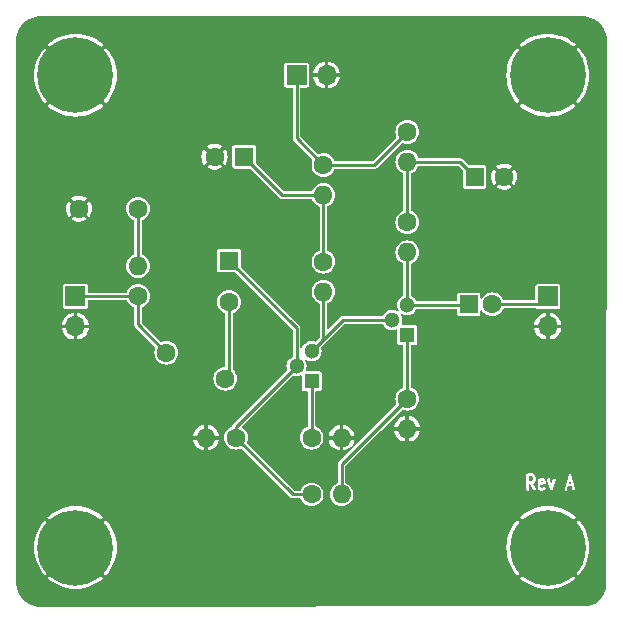
<source format=gtl>
%TF.GenerationSoftware,KiCad,Pcbnew,7.0.10-7.0.10~ubuntu22.04.1*%
%TF.CreationDate,2024-01-03T18:25:55-08:00*%
%TF.ProjectId,YamhillAFFeedbackAmp,59616d68-696c-46c4-9146-466565646261,A*%
%TF.SameCoordinates,Original*%
%TF.FileFunction,Copper,L1,Top*%
%TF.FilePolarity,Positive*%
%FSLAX46Y46*%
G04 Gerber Fmt 4.6, Leading zero omitted, Abs format (unit mm)*
G04 Created by KiCad (PCBNEW 7.0.10-7.0.10~ubuntu22.04.1) date 2024-01-03 18:25:55*
%MOMM*%
%LPD*%
G01*
G04 APERTURE LIST*
%ADD10C,0.250000*%
%TA.AperFunction,ComponentPad*%
%ADD11R,1.300000X1.300000*%
%TD*%
%TA.AperFunction,ComponentPad*%
%ADD12C,1.300000*%
%TD*%
%TA.AperFunction,ComponentPad*%
%ADD13R,1.600000X1.600000*%
%TD*%
%TA.AperFunction,ComponentPad*%
%ADD14C,1.600000*%
%TD*%
%TA.AperFunction,ComponentPad*%
%ADD15O,1.600000X1.600000*%
%TD*%
%TA.AperFunction,ComponentPad*%
%ADD16C,0.800000*%
%TD*%
%TA.AperFunction,ComponentPad*%
%ADD17C,6.400000*%
%TD*%
%TA.AperFunction,ComponentPad*%
%ADD18R,1.700000X1.700000*%
%TD*%
%TA.AperFunction,ComponentPad*%
%ADD19O,1.700000X1.700000*%
%TD*%
%TA.AperFunction,ViaPad*%
%ADD20C,0.600000*%
%TD*%
%TA.AperFunction,Conductor*%
%ADD21C,0.250000*%
%TD*%
G04 APERTURE END LIST*
D10*
G36*
X144583949Y-89383316D02*
G01*
X144602629Y-89428149D01*
X144379949Y-89481593D01*
X144379949Y-89436571D01*
X144402138Y-89383316D01*
X144432429Y-89365142D01*
X144553658Y-89365142D01*
X144583949Y-89383316D01*
G37*
G36*
X143696287Y-88993576D02*
G01*
X143718256Y-89019940D01*
X143748996Y-89093714D01*
X143748996Y-89215141D01*
X143718256Y-89288915D01*
X143696287Y-89315279D01*
X143648896Y-89343714D01*
X143427568Y-89343714D01*
X143427568Y-88965142D01*
X143648896Y-88965142D01*
X143696287Y-88993576D01*
G37*
G36*
X146947637Y-89572285D02*
G01*
X146800357Y-89572285D01*
X146873997Y-89307181D01*
X146947637Y-89572285D01*
G37*
G36*
X147503746Y-90336571D02*
G01*
X143006139Y-90336571D01*
X143006139Y-90040142D01*
X143177568Y-90040142D01*
X143197411Y-90107722D01*
X143250641Y-90153846D01*
X143320357Y-90163870D01*
X143384426Y-90134611D01*
X143422505Y-90075359D01*
X143427568Y-90040142D01*
X143427568Y-89593714D01*
X143468867Y-89593714D01*
X143766023Y-90103126D01*
X143817215Y-90151501D01*
X143886435Y-90164521D01*
X143951705Y-90138052D01*
X143992303Y-90080496D01*
X143995340Y-90010129D01*
X143981968Y-89977158D01*
X143918709Y-89868714D01*
X144129949Y-89868714D01*
X144131922Y-89875436D01*
X144130693Y-89882335D01*
X144139564Y-89916791D01*
X144187183Y-90031077D01*
X144200957Y-90048097D01*
X144210663Y-90067727D01*
X144228773Y-90082468D01*
X144231492Y-90085827D01*
X144233863Y-90086610D01*
X144238257Y-90090187D01*
X144333494Y-90147329D01*
X144349057Y-90151383D01*
X144362589Y-90160079D01*
X144397806Y-90165142D01*
X144588282Y-90165142D01*
X144603713Y-90160610D01*
X144619790Y-90161106D01*
X144652593Y-90147329D01*
X144747831Y-90090187D01*
X144795572Y-90038403D01*
X144807736Y-89969028D01*
X144780464Y-89904089D01*
X144722411Y-89864204D01*
X144652012Y-89862036D01*
X144619208Y-89875813D01*
X144553659Y-89915142D01*
X144432428Y-89915142D01*
X144402138Y-89896968D01*
X144379949Y-89843713D01*
X144379949Y-89738691D01*
X144760310Y-89647405D01*
X144786018Y-89632646D01*
X144812997Y-89620326D01*
X144816222Y-89615307D01*
X144821393Y-89612339D01*
X144835041Y-89586023D01*
X144851076Y-89561074D01*
X144852262Y-89552822D01*
X144853822Y-89549815D01*
X144853379Y-89545053D01*
X144856139Y-89525857D01*
X144856139Y-89411571D01*
X144854165Y-89404848D01*
X144855395Y-89397950D01*
X144846524Y-89363494D01*
X144798905Y-89249208D01*
X144791939Y-89240601D01*
X144939473Y-89240601D01*
X144944666Y-89275799D01*
X145182761Y-90075799D01*
X145201714Y-90105053D01*
X145220364Y-90134309D01*
X145220796Y-90134508D01*
X145221057Y-90134910D01*
X145252708Y-90149224D01*
X145284324Y-90163804D01*
X145284798Y-90163737D01*
X145285233Y-90163934D01*
X145319619Y-90158861D01*
X145354077Y-90154036D01*
X145354438Y-90153724D01*
X145354912Y-90153655D01*
X145381156Y-90130745D01*
X145407476Y-90108108D01*
X145407736Y-90107542D01*
X145407973Y-90107336D01*
X145408211Y-90106513D01*
X145422375Y-90075799D01*
X145442944Y-90006687D01*
X146420224Y-90006687D01*
X146421256Y-90077112D01*
X146460199Y-90135800D01*
X146524689Y-90164117D01*
X146594252Y-90153073D01*
X146646800Y-90106175D01*
X146661104Y-90073597D01*
X146730913Y-89822285D01*
X147017081Y-89822285D01*
X147086890Y-90073597D01*
X147124097Y-90133401D01*
X147187730Y-90163596D01*
X147257585Y-90154595D01*
X147311486Y-90109256D01*
X147332317Y-90041974D01*
X147327770Y-90006687D01*
X146994437Y-88806687D01*
X146993432Y-88805073D01*
X146993405Y-88803172D01*
X146974899Y-88775284D01*
X146957230Y-88746883D01*
X146955513Y-88746068D01*
X146954462Y-88744484D01*
X146923820Y-88731029D01*
X146893597Y-88716688D01*
X146891711Y-88716930D01*
X146889972Y-88716167D01*
X146856936Y-88721411D01*
X146823742Y-88725689D01*
X146822287Y-88726912D01*
X146820409Y-88727211D01*
X146795439Y-88749495D01*
X146769841Y-88771028D01*
X146769278Y-88772843D01*
X146767861Y-88774109D01*
X146753557Y-88806687D01*
X146420224Y-90006687D01*
X145442944Y-90006687D01*
X145660469Y-89275799D01*
X145660728Y-89205366D01*
X145622867Y-89145975D01*
X145558907Y-89116480D01*
X145489154Y-89126248D01*
X145435755Y-89172176D01*
X145420856Y-89204485D01*
X145302567Y-89601933D01*
X145184280Y-89204485D01*
X145145984Y-89145373D01*
X145081808Y-89116350D01*
X145012129Y-89126629D01*
X144959068Y-89172948D01*
X144939473Y-89240601D01*
X144791939Y-89240601D01*
X144785131Y-89232188D01*
X144775426Y-89212559D01*
X144757312Y-89197815D01*
X144754596Y-89194459D01*
X144752226Y-89193675D01*
X144747832Y-89190099D01*
X144652594Y-89132955D01*
X144637029Y-89128900D01*
X144623499Y-89120205D01*
X144588282Y-89115142D01*
X144397806Y-89115142D01*
X144382374Y-89119672D01*
X144366297Y-89119178D01*
X144333494Y-89132955D01*
X144238256Y-89190098D01*
X144223415Y-89206195D01*
X144205402Y-89218647D01*
X144193441Y-89238709D01*
X144190516Y-89241883D01*
X144190085Y-89244339D01*
X144187183Y-89249208D01*
X144139564Y-89363494D01*
X144138800Y-89370459D01*
X144135012Y-89376354D01*
X144129949Y-89411571D01*
X144129949Y-89868714D01*
X143918709Y-89868714D01*
X143747883Y-89575870D01*
X143843070Y-89518757D01*
X143845262Y-89516378D01*
X143848351Y-89515407D01*
X143874786Y-89491594D01*
X143922405Y-89434451D01*
X143922776Y-89433595D01*
X143923543Y-89433065D01*
X143941762Y-89402505D01*
X143989381Y-89288219D01*
X143990144Y-89281253D01*
X143993933Y-89275359D01*
X143998996Y-89240142D01*
X143998996Y-89068714D01*
X143997022Y-89061991D01*
X143998252Y-89055093D01*
X143989381Y-89020637D01*
X143941762Y-88906351D01*
X143941174Y-88905625D01*
X143941060Y-88904701D01*
X143922405Y-88874405D01*
X143874786Y-88817262D01*
X143872098Y-88815460D01*
X143870664Y-88812559D01*
X143843070Y-88790099D01*
X143747832Y-88732955D01*
X143732267Y-88728900D01*
X143718737Y-88720205D01*
X143683520Y-88715142D01*
X143302568Y-88715142D01*
X143293812Y-88717712D01*
X143284779Y-88716414D01*
X143260546Y-88727480D01*
X143234988Y-88734985D01*
X143229012Y-88741881D01*
X143220710Y-88745673D01*
X143206306Y-88768085D01*
X143188864Y-88788215D01*
X143187565Y-88797247D01*
X143182631Y-88804925D01*
X143177568Y-88840142D01*
X143177568Y-90040142D01*
X143006139Y-90040142D01*
X143006139Y-88543713D01*
X147503746Y-88543713D01*
X147503746Y-90336571D01*
G37*
D11*
%TO.P,Q2,1,E*%
%TO.N,Net-(Q2-E)*%
X125000000Y-80900000D03*
D12*
%TO.P,Q2,2,B*%
%TO.N,Net-(Q2-B)*%
X123730000Y-79630000D03*
%TO.P,Q2,3,C*%
%TO.N,Net-(Q1-B)*%
X125000000Y-78360000D03*
%TD*%
D13*
%TO.P,C1,1*%
%TO.N,Net-(C1-Pad1)*%
X138800000Y-63600000D03*
D14*
%TO.P,C1,2*%
%TO.N,GND*%
X141300000Y-63600000D03*
%TD*%
D13*
%TO.P,C3,1*%
%TO.N,Net-(Q1-C)*%
X138300000Y-74400000D03*
D14*
%TO.P,C3,2*%
%TO.N,Net-(J2-Pin_1)*%
X140300000Y-74400000D03*
%TD*%
%TO.P,R3,1*%
%TO.N,Net-(C1-Pad1)*%
X133100000Y-67455000D03*
D15*
%TO.P,R3,2*%
%TO.N,Net-(Q1-C)*%
X133100000Y-69995000D03*
%TD*%
D14*
%TO.P,R5,1*%
%TO.N,Net-(Q1-E)*%
X133100000Y-82400000D03*
D15*
%TO.P,R5,2*%
%TO.N,GND*%
X133100000Y-84940000D03*
%TD*%
D14*
%TO.P,R1,1*%
%TO.N,Net-(J1-Pin_1)*%
X133100000Y-59800000D03*
D15*
%TO.P,R1,2*%
%TO.N,Net-(C1-Pad1)*%
X133100000Y-62340000D03*
%TD*%
D16*
%TO.P,H2,1,1*%
%TO.N,GND*%
X102600000Y-55000000D03*
X103302944Y-53302944D03*
X103302944Y-56697056D03*
X105000000Y-52600000D03*
D17*
X105000000Y-55000000D03*
D16*
X105000000Y-57400000D03*
X106697056Y-53302944D03*
X106697056Y-56697056D03*
X107400000Y-55000000D03*
%TD*%
D14*
%TO.P,R8,1*%
%TO.N,Net-(Q2-E)*%
X125000000Y-85700000D03*
D15*
%TO.P,R8,2*%
%TO.N,GND*%
X127540000Y-85700000D03*
%TD*%
D11*
%TO.P,Q1,1,E*%
%TO.N,Net-(Q1-E)*%
X133100000Y-77000000D03*
D12*
%TO.P,Q1,2,B*%
%TO.N,Net-(Q1-B)*%
X131830000Y-75730000D03*
%TO.P,Q1,3,C*%
%TO.N,Net-(Q1-C)*%
X133100000Y-74460000D03*
%TD*%
D14*
%TO.P,L1,1,1*%
%TO.N,Net-(J3-Pin_1)*%
X112700000Y-78500000D03*
%TO.P,L1,2,2*%
%TO.N,Net-(C4-Pad2)*%
X117700000Y-80700000D03*
%TD*%
D13*
%TO.P,C4,1*%
%TO.N,Net-(Q2-B)*%
X118000000Y-70700000D03*
D14*
%TO.P,C4,2*%
%TO.N,Net-(C4-Pad2)*%
X118000000Y-74200000D03*
%TD*%
%TO.P,R6,1*%
%TO.N,Net-(J3-Pin_1)*%
X110300000Y-73700000D03*
D15*
%TO.P,R6,2*%
%TO.N,Net-(C5-Pad1)*%
X110300000Y-71160000D03*
%TD*%
D16*
%TO.P,H1,1,1*%
%TO.N,GND*%
X142600000Y-55000000D03*
X143302944Y-53302944D03*
X143302944Y-56697056D03*
X145000000Y-52600000D03*
D17*
X145000000Y-55000000D03*
D16*
X145000000Y-57400000D03*
X146697056Y-53302944D03*
X146697056Y-56697056D03*
X147400000Y-55000000D03*
%TD*%
%TO.P,H3,1,1*%
%TO.N,GND*%
X142600000Y-95000000D03*
X143302944Y-93302944D03*
X143302944Y-96697056D03*
X145000000Y-92600000D03*
D17*
X145000000Y-95000000D03*
D16*
X145000000Y-97400000D03*
X146697056Y-93302944D03*
X146697056Y-96697056D03*
X147400000Y-95000000D03*
%TD*%
%TO.P,H4,1,1*%
%TO.N,GND*%
X102600000Y-95000000D03*
X103302944Y-93302944D03*
X103302944Y-96697056D03*
X105000000Y-92600000D03*
D17*
X105000000Y-95000000D03*
D16*
X105000000Y-97400000D03*
X106697056Y-93302944D03*
X106697056Y-96697056D03*
X107400000Y-95000000D03*
%TD*%
D18*
%TO.P,J1,1,Pin_1*%
%TO.N,Net-(J1-Pin_1)*%
X123725000Y-55000000D03*
D19*
%TO.P,J1,2,Pin_2*%
%TO.N,GND*%
X126265000Y-55000000D03*
%TD*%
D14*
%TO.P,R2,1*%
%TO.N,Net-(J1-Pin_1)*%
X126000000Y-62600000D03*
D15*
%TO.P,R2,2*%
%TO.N,Net-(C2-Pad1)*%
X126000000Y-65140000D03*
%TD*%
D13*
%TO.P,C2,1*%
%TO.N,Net-(C2-Pad1)*%
X119282380Y-61900000D03*
D14*
%TO.P,C2,2*%
%TO.N,GND*%
X116782380Y-61900000D03*
%TD*%
%TO.P,R9,1*%
%TO.N,Net-(Q2-B)*%
X125000000Y-90500000D03*
D15*
%TO.P,R9,2*%
%TO.N,Net-(Q1-E)*%
X127540000Y-90500000D03*
%TD*%
D14*
%TO.P,C5,1*%
%TO.N,Net-(C5-Pad1)*%
X110300000Y-66300000D03*
%TO.P,C5,2*%
%TO.N,GND*%
X105300000Y-66300000D03*
%TD*%
%TO.P,R7,1*%
%TO.N,Net-(Q2-B)*%
X118600000Y-85700000D03*
D15*
%TO.P,R7,2*%
%TO.N,GND*%
X116060000Y-85700000D03*
%TD*%
D18*
%TO.P,J2,1,Pin_1*%
%TO.N,Net-(J2-Pin_1)*%
X145000000Y-73725000D03*
D19*
%TO.P,J2,2,Pin_2*%
%TO.N,GND*%
X145000000Y-76265000D03*
%TD*%
D18*
%TO.P,J3,1,Pin_1*%
%TO.N,Net-(J3-Pin_1)*%
X105000000Y-73725000D03*
D19*
%TO.P,J3,2,Pin_2*%
%TO.N,GND*%
X105000000Y-76265000D03*
%TD*%
D14*
%TO.P,R4,1*%
%TO.N,Net-(C2-Pad1)*%
X126000000Y-70800000D03*
D15*
%TO.P,R4,2*%
%TO.N,Net-(Q1-B)*%
X126000000Y-73340000D03*
%TD*%
D20*
%TO.N,GND*%
X122000000Y-99000000D03*
X142000000Y-99000000D03*
X149000000Y-87000000D03*
X147000000Y-51000000D03*
X101000000Y-87000000D03*
X149000000Y-77000000D03*
X101000000Y-72000000D03*
X122000000Y-51000000D03*
X112000000Y-99000000D03*
X142000000Y-51000000D03*
X127000000Y-51000000D03*
X149000000Y-67000000D03*
X149000000Y-97000000D03*
X149000000Y-52000000D03*
X149000000Y-82000000D03*
X101000000Y-57000000D03*
X101000000Y-52000000D03*
X107000000Y-99000000D03*
X132000000Y-51000000D03*
X117000000Y-51000000D03*
X127000000Y-99000000D03*
X102000000Y-51000000D03*
X149000000Y-72000000D03*
X137000000Y-99000000D03*
X101000000Y-62000000D03*
X101000000Y-67000000D03*
X112000000Y-51000000D03*
X107000000Y-51000000D03*
X149000000Y-62000000D03*
X149000000Y-57000000D03*
X137000000Y-51000000D03*
X101000000Y-82000000D03*
X149000000Y-92000000D03*
X132000000Y-99000000D03*
X101000000Y-97000000D03*
X102000000Y-99000000D03*
X147000000Y-99000000D03*
X101000000Y-92000000D03*
X101000000Y-77000000D03*
X117000000Y-99000000D03*
%TD*%
D21*
%TO.N,Net-(C1-Pad1)*%
X133100000Y-62340000D02*
X133100000Y-67455000D01*
X133100000Y-62340000D02*
X137540000Y-62340000D01*
X137540000Y-62340000D02*
X138800000Y-63600000D01*
%TO.N,Net-(C2-Pad1)*%
X126000000Y-70800000D02*
X126000000Y-65140000D01*
X126000000Y-65140000D02*
X122522380Y-65140000D01*
X122522380Y-65140000D02*
X119282380Y-61900000D01*
%TO.N,Net-(Q1-C)*%
X133100000Y-74460000D02*
X138240000Y-74460000D01*
X133100000Y-69995000D02*
X133100000Y-74460000D01*
X138240000Y-74460000D02*
X138300000Y-74400000D01*
%TO.N,Net-(J2-Pin_1)*%
X140300000Y-74400000D02*
X144325000Y-74400000D01*
X144325000Y-74400000D02*
X145000000Y-73725000D01*
%TO.N,Net-(Q2-B)*%
X123730000Y-76430000D02*
X123730000Y-79630000D01*
X123400000Y-90500000D02*
X118600000Y-85700000D01*
X123730000Y-79630000D02*
X118600000Y-84760000D01*
X118600000Y-84760000D02*
X118600000Y-85700000D01*
X125000000Y-90500000D02*
X123400000Y-90500000D01*
X118000000Y-70700000D02*
X123730000Y-76430000D01*
%TO.N,Net-(C4-Pad2)*%
X118000000Y-74200000D02*
X118000000Y-80400000D01*
X118000000Y-80400000D02*
X117700000Y-80700000D01*
%TO.N,Net-(C5-Pad1)*%
X110300000Y-66300000D02*
X110300000Y-71160000D01*
%TO.N,Net-(J1-Pin_1)*%
X123725000Y-55000000D02*
X123725000Y-60325000D01*
X126000000Y-62600000D02*
X130300000Y-62600000D01*
X123725000Y-60325000D02*
X126000000Y-62600000D01*
X130300000Y-62600000D02*
X133100000Y-59800000D01*
%TO.N,Net-(J3-Pin_1)*%
X110300000Y-73700000D02*
X110300000Y-76100000D01*
X110300000Y-76100000D02*
X112700000Y-78500000D01*
X110275000Y-73725000D02*
X110300000Y-73700000D01*
X105000000Y-73725000D02*
X110275000Y-73725000D01*
%TO.N,Net-(Q1-E)*%
X127540000Y-87960000D02*
X127540000Y-90500000D01*
X133100000Y-77000000D02*
X133100000Y-82400000D01*
X133100000Y-82400000D02*
X127540000Y-87960000D01*
%TO.N,Net-(Q1-B)*%
X131830000Y-75730000D02*
X127630000Y-75730000D01*
X126000000Y-77360000D02*
X126000000Y-73340000D01*
X127630000Y-75730000D02*
X125000000Y-78360000D01*
X125000000Y-78360000D02*
X126000000Y-77360000D01*
%TO.N,Net-(Q2-E)*%
X125000000Y-80900000D02*
X125000000Y-85700000D01*
%TD*%
%TA.AperFunction,Conductor*%
%TO.N,GND*%
G36*
X106661385Y-96449253D02*
G01*
X106599511Y-96461561D01*
X106516816Y-96516816D01*
X106461561Y-96599511D01*
X106449253Y-96661385D01*
X106020456Y-96232588D01*
X106134870Y-96134870D01*
X106232588Y-96020456D01*
X106661385Y-96449253D01*
G37*
%TD.AperFunction*%
%TA.AperFunction,Conductor*%
G36*
X103865130Y-96134870D02*
G01*
X103979543Y-96232587D01*
X103550746Y-96661384D01*
X103538439Y-96599511D01*
X103483184Y-96516816D01*
X103400489Y-96461561D01*
X103338613Y-96449253D01*
X103767411Y-96020455D01*
X103865130Y-96134870D01*
G37*
%TD.AperFunction*%
%TA.AperFunction,Conductor*%
G36*
X103979544Y-93767411D02*
G01*
X103865130Y-93865130D01*
X103767411Y-93979544D01*
X103338613Y-93550746D01*
X103400489Y-93538439D01*
X103483184Y-93483184D01*
X103538439Y-93400489D01*
X103550746Y-93338613D01*
X103979544Y-93767411D01*
G37*
%TD.AperFunction*%
%TA.AperFunction,Conductor*%
G36*
X106461561Y-93400489D02*
G01*
X106516816Y-93483184D01*
X106599511Y-93538439D01*
X106661384Y-93550746D01*
X106232587Y-93979543D01*
X106134870Y-93865130D01*
X106020455Y-93767411D01*
X106449253Y-93338613D01*
X106461561Y-93400489D01*
G37*
%TD.AperFunction*%
%TA.AperFunction,Conductor*%
G36*
X146661385Y-96449253D02*
G01*
X146599511Y-96461561D01*
X146516816Y-96516816D01*
X146461561Y-96599511D01*
X146449253Y-96661385D01*
X146020456Y-96232588D01*
X146134870Y-96134870D01*
X146232588Y-96020456D01*
X146661385Y-96449253D01*
G37*
%TD.AperFunction*%
%TA.AperFunction,Conductor*%
G36*
X143865130Y-96134870D02*
G01*
X143979543Y-96232587D01*
X143550746Y-96661384D01*
X143538439Y-96599511D01*
X143483184Y-96516816D01*
X143400489Y-96461561D01*
X143338613Y-96449253D01*
X143767411Y-96020455D01*
X143865130Y-96134870D01*
G37*
%TD.AperFunction*%
%TA.AperFunction,Conductor*%
G36*
X143979544Y-93767411D02*
G01*
X143865130Y-93865130D01*
X143767411Y-93979544D01*
X143338613Y-93550746D01*
X143400489Y-93538439D01*
X143483184Y-93483184D01*
X143538439Y-93400489D01*
X143550746Y-93338613D01*
X143979544Y-93767411D01*
G37*
%TD.AperFunction*%
%TA.AperFunction,Conductor*%
G36*
X146461561Y-93400489D02*
G01*
X146516816Y-93483184D01*
X146599511Y-93538439D01*
X146661384Y-93550746D01*
X146232587Y-93979543D01*
X146134870Y-93865130D01*
X146020455Y-93767411D01*
X146449253Y-93338613D01*
X146461561Y-93400489D01*
G37*
%TD.AperFunction*%
%TA.AperFunction,Conductor*%
G36*
X106661385Y-56449253D02*
G01*
X106599511Y-56461561D01*
X106516816Y-56516816D01*
X106461561Y-56599511D01*
X106449253Y-56661385D01*
X106020456Y-56232588D01*
X106134870Y-56134870D01*
X106232588Y-56020456D01*
X106661385Y-56449253D01*
G37*
%TD.AperFunction*%
%TA.AperFunction,Conductor*%
G36*
X103865130Y-56134870D02*
G01*
X103979543Y-56232587D01*
X103550746Y-56661384D01*
X103538439Y-56599511D01*
X103483184Y-56516816D01*
X103400489Y-56461561D01*
X103338613Y-56449253D01*
X103767411Y-56020455D01*
X103865130Y-56134870D01*
G37*
%TD.AperFunction*%
%TA.AperFunction,Conductor*%
G36*
X103979544Y-53767411D02*
G01*
X103865130Y-53865130D01*
X103767411Y-53979544D01*
X103338613Y-53550746D01*
X103400489Y-53538439D01*
X103483184Y-53483184D01*
X103538439Y-53400489D01*
X103550746Y-53338613D01*
X103979544Y-53767411D01*
G37*
%TD.AperFunction*%
%TA.AperFunction,Conductor*%
G36*
X106461561Y-53400489D02*
G01*
X106516816Y-53483184D01*
X106599511Y-53538439D01*
X106661384Y-53550746D01*
X106232587Y-53979543D01*
X106134870Y-53865130D01*
X106020455Y-53767411D01*
X106449253Y-53338613D01*
X106461561Y-53400489D01*
G37*
%TD.AperFunction*%
%TA.AperFunction,Conductor*%
G36*
X146661385Y-56449253D02*
G01*
X146599511Y-56461561D01*
X146516816Y-56516816D01*
X146461561Y-56599511D01*
X146449253Y-56661385D01*
X146020456Y-56232588D01*
X146134870Y-56134870D01*
X146232588Y-56020456D01*
X146661385Y-56449253D01*
G37*
%TD.AperFunction*%
%TA.AperFunction,Conductor*%
G36*
X143865130Y-56134870D02*
G01*
X143979543Y-56232587D01*
X143550746Y-56661384D01*
X143538439Y-56599511D01*
X143483184Y-56516816D01*
X143400489Y-56461561D01*
X143338613Y-56449253D01*
X143767411Y-56020455D01*
X143865130Y-56134870D01*
G37*
%TD.AperFunction*%
%TA.AperFunction,Conductor*%
G36*
X143979544Y-53767411D02*
G01*
X143865130Y-53865130D01*
X143767411Y-53979544D01*
X143338613Y-53550746D01*
X143400489Y-53538439D01*
X143483184Y-53483184D01*
X143538439Y-53400489D01*
X143550746Y-53338613D01*
X143979544Y-53767411D01*
G37*
%TD.AperFunction*%
%TA.AperFunction,Conductor*%
G36*
X146461561Y-53400489D02*
G01*
X146516816Y-53483184D01*
X146599511Y-53538439D01*
X146661384Y-53550746D01*
X146232587Y-53979543D01*
X146134870Y-53865130D01*
X146020455Y-53767411D01*
X146449253Y-53338613D01*
X146461561Y-53400489D01*
G37*
%TD.AperFunction*%
%TA.AperFunction,Conductor*%
G36*
X124666055Y-50000948D02*
G01*
X124887981Y-50001067D01*
X124888183Y-50001067D01*
X124888222Y-50001081D01*
X124888223Y-50001068D01*
X136272024Y-50013226D01*
X148177832Y-50025943D01*
X148185686Y-50026370D01*
X148430663Y-50052841D01*
X148443547Y-50055409D01*
X148681984Y-50125420D01*
X148686985Y-50127085D01*
X148694671Y-50129952D01*
X148699540Y-50131968D01*
X148951239Y-50246914D01*
X148960503Y-50251973D01*
X149191047Y-50400134D01*
X149199500Y-50406462D01*
X149406610Y-50585924D01*
X149414075Y-50593389D01*
X149593537Y-50800499D01*
X149599865Y-50808952D01*
X149748026Y-51039496D01*
X149753086Y-51048762D01*
X149868031Y-51300457D01*
X149870052Y-51305337D01*
X149874513Y-51317297D01*
X149876181Y-51322310D01*
X149943606Y-51551939D01*
X149946180Y-51564880D01*
X149971523Y-51800717D01*
X149971947Y-51808632D01*
X149966958Y-98226211D01*
X149966534Y-98234117D01*
X149943675Y-98446643D01*
X149941102Y-98459577D01*
X149880306Y-98666630D01*
X149878637Y-98671643D01*
X149870048Y-98694670D01*
X149868027Y-98699550D01*
X149753086Y-98951237D01*
X149748026Y-98960503D01*
X149599865Y-99191047D01*
X149593537Y-99199500D01*
X149414075Y-99406610D01*
X149406610Y-99414075D01*
X149199500Y-99593537D01*
X149191047Y-99599865D01*
X148960503Y-99748026D01*
X148951237Y-99753086D01*
X148699542Y-99868031D01*
X148694661Y-99870052D01*
X148673641Y-99877892D01*
X148668648Y-99879554D01*
X148457480Y-99941558D01*
X148444571Y-99944128D01*
X148227805Y-99967505D01*
X148219920Y-99967932D01*
X102116357Y-99998592D01*
X102113691Y-99998546D01*
X101852439Y-99989302D01*
X101844525Y-99988595D01*
X101587590Y-99951653D01*
X101582391Y-99950715D01*
X101580668Y-99950340D01*
X101578542Y-99949877D01*
X101573430Y-99948572D01*
X101307930Y-99870614D01*
X101298038Y-99866925D01*
X101048763Y-99753086D01*
X101039496Y-99748026D01*
X100808952Y-99599865D01*
X100800499Y-99593537D01*
X100593389Y-99414075D01*
X100585924Y-99406610D01*
X100406462Y-99199500D01*
X100400134Y-99191047D01*
X100251973Y-98960503D01*
X100246913Y-98951236D01*
X100133074Y-98701961D01*
X100129385Y-98692069D01*
X100052175Y-98429116D01*
X100049930Y-98418799D01*
X100037632Y-98333264D01*
X100010742Y-98146234D01*
X100010037Y-98138350D01*
X100000547Y-97872635D01*
X100000500Y-97869994D01*
X100000500Y-95000000D01*
X101495197Y-95000000D01*
X101514397Y-95366355D01*
X101514397Y-95366356D01*
X101571783Y-95728683D01*
X101666735Y-96083046D01*
X101798201Y-96425527D01*
X101798205Y-96425538D01*
X101964746Y-96752393D01*
X102164556Y-97060073D01*
X102395426Y-97345173D01*
X102419060Y-97368807D01*
X103055141Y-96732725D01*
X103067449Y-96794601D01*
X103122704Y-96877296D01*
X103205399Y-96932551D01*
X103267272Y-96944858D01*
X102631192Y-97580939D01*
X102654826Y-97604573D01*
X102939926Y-97835443D01*
X103247606Y-98035253D01*
X103574461Y-98201794D01*
X103574472Y-98201798D01*
X103916953Y-98333264D01*
X104271316Y-98428216D01*
X104633643Y-98485602D01*
X105000000Y-98504802D01*
X105366355Y-98485602D01*
X105366356Y-98485602D01*
X105728683Y-98428216D01*
X106083046Y-98333264D01*
X106425527Y-98201798D01*
X106425538Y-98201794D01*
X106752393Y-98035253D01*
X107060073Y-97835443D01*
X107345173Y-97604573D01*
X107368806Y-97580938D01*
X106732726Y-96944858D01*
X106794601Y-96932551D01*
X106877296Y-96877296D01*
X106932551Y-96794601D01*
X106944858Y-96732726D01*
X107580938Y-97368806D01*
X107604573Y-97345173D01*
X107835443Y-97060073D01*
X108035253Y-96752393D01*
X108201794Y-96425538D01*
X108201798Y-96425527D01*
X108333264Y-96083046D01*
X108428216Y-95728683D01*
X108485602Y-95366356D01*
X108485602Y-95366355D01*
X108504802Y-95000000D01*
X141495197Y-95000000D01*
X141514397Y-95366355D01*
X141514397Y-95366356D01*
X141571783Y-95728683D01*
X141666735Y-96083046D01*
X141798201Y-96425527D01*
X141798205Y-96425538D01*
X141964746Y-96752393D01*
X142164556Y-97060073D01*
X142395426Y-97345173D01*
X142419060Y-97368807D01*
X143055141Y-96732725D01*
X143067449Y-96794601D01*
X143122704Y-96877296D01*
X143205399Y-96932551D01*
X143267272Y-96944858D01*
X142631192Y-97580939D01*
X142654826Y-97604573D01*
X142939926Y-97835443D01*
X143247606Y-98035253D01*
X143574461Y-98201794D01*
X143574472Y-98201798D01*
X143916953Y-98333264D01*
X144271316Y-98428216D01*
X144633643Y-98485602D01*
X145000000Y-98504802D01*
X145366355Y-98485602D01*
X145366356Y-98485602D01*
X145728683Y-98428216D01*
X146083046Y-98333264D01*
X146425527Y-98201798D01*
X146425538Y-98201794D01*
X146752393Y-98035253D01*
X147060073Y-97835443D01*
X147345173Y-97604573D01*
X147368806Y-97580938D01*
X146732726Y-96944858D01*
X146794601Y-96932551D01*
X146877296Y-96877296D01*
X146932551Y-96794601D01*
X146944858Y-96732726D01*
X147580938Y-97368806D01*
X147604573Y-97345173D01*
X147835443Y-97060073D01*
X148035253Y-96752393D01*
X148201794Y-96425538D01*
X148201798Y-96425527D01*
X148333264Y-96083046D01*
X148428216Y-95728683D01*
X148485602Y-95366356D01*
X148485602Y-95366355D01*
X148504802Y-95000000D01*
X148485602Y-94633644D01*
X148485602Y-94633643D01*
X148428216Y-94271316D01*
X148333264Y-93916953D01*
X148201794Y-93574461D01*
X148201791Y-93574456D01*
X148035253Y-93247607D01*
X147835443Y-92939926D01*
X147604573Y-92654826D01*
X147580939Y-92631192D01*
X146944858Y-93267272D01*
X146932551Y-93205399D01*
X146877296Y-93122704D01*
X146794601Y-93067449D01*
X146732725Y-93055141D01*
X147368807Y-92419060D01*
X147345173Y-92395426D01*
X147060073Y-92164556D01*
X146752393Y-91964746D01*
X146425538Y-91798205D01*
X146425527Y-91798201D01*
X146083046Y-91666735D01*
X145728683Y-91571783D01*
X145366356Y-91514397D01*
X145000000Y-91495197D01*
X144633644Y-91514397D01*
X144633643Y-91514397D01*
X144271316Y-91571783D01*
X143916953Y-91666735D01*
X143574461Y-91798205D01*
X143574456Y-91798208D01*
X143247607Y-91964746D01*
X142939926Y-92164556D01*
X142654827Y-92395425D01*
X142631192Y-92419059D01*
X143267274Y-93055141D01*
X143205399Y-93067449D01*
X143122704Y-93122704D01*
X143067449Y-93205399D01*
X143055141Y-93267274D01*
X142419059Y-92631192D01*
X142395425Y-92654827D01*
X142164556Y-92939926D01*
X141964746Y-93247607D01*
X141798208Y-93574456D01*
X141798205Y-93574461D01*
X141666735Y-93916953D01*
X141571783Y-94271316D01*
X141514397Y-94633643D01*
X141514397Y-94633644D01*
X141495197Y-95000000D01*
X108504802Y-95000000D01*
X108485602Y-94633644D01*
X108485602Y-94633643D01*
X108428216Y-94271316D01*
X108333264Y-93916953D01*
X108201794Y-93574461D01*
X108201791Y-93574456D01*
X108035253Y-93247607D01*
X107835443Y-92939926D01*
X107604573Y-92654826D01*
X107580939Y-92631192D01*
X106944858Y-93267272D01*
X106932551Y-93205399D01*
X106877296Y-93122704D01*
X106794601Y-93067449D01*
X106732725Y-93055141D01*
X107368807Y-92419060D01*
X107345173Y-92395426D01*
X107060073Y-92164556D01*
X106752393Y-91964746D01*
X106425538Y-91798205D01*
X106425527Y-91798201D01*
X106083046Y-91666735D01*
X105728683Y-91571783D01*
X105366356Y-91514397D01*
X105000000Y-91495197D01*
X104633644Y-91514397D01*
X104633643Y-91514397D01*
X104271316Y-91571783D01*
X103916953Y-91666735D01*
X103574461Y-91798205D01*
X103574456Y-91798208D01*
X103247607Y-91964746D01*
X102939926Y-92164556D01*
X102654827Y-92395425D01*
X102631192Y-92419059D01*
X103267274Y-93055141D01*
X103205399Y-93067449D01*
X103122704Y-93122704D01*
X103067449Y-93205399D01*
X103055141Y-93267274D01*
X102419059Y-92631192D01*
X102395425Y-92654827D01*
X102164556Y-92939926D01*
X101964746Y-93247607D01*
X101798208Y-93574456D01*
X101798205Y-93574461D01*
X101666735Y-93916953D01*
X101571783Y-94271316D01*
X101514397Y-94633643D01*
X101514397Y-94633644D01*
X101495197Y-95000000D01*
X100000500Y-95000000D01*
X100000500Y-85850001D01*
X114969186Y-85850001D01*
X114974095Y-85902977D01*
X114974097Y-85902991D01*
X115029884Y-86099062D01*
X115029886Y-86099067D01*
X115120754Y-86281557D01*
X115120756Y-86281560D01*
X115243605Y-86444239D01*
X115243606Y-86444240D01*
X115394261Y-86581579D01*
X115567582Y-86688895D01*
X115567591Y-86688900D01*
X115757680Y-86762540D01*
X115909999Y-86791013D01*
X115910000Y-86791013D01*
X115910000Y-86072502D01*
X115934852Y-86085165D01*
X116028519Y-86100000D01*
X116091481Y-86100000D01*
X116185148Y-86085165D01*
X116210000Y-86072502D01*
X116210000Y-86791013D01*
X116362319Y-86762540D01*
X116552408Y-86688900D01*
X116552417Y-86688895D01*
X116725738Y-86581579D01*
X116725739Y-86581579D01*
X116876393Y-86444240D01*
X116876394Y-86444239D01*
X116999243Y-86281560D01*
X116999245Y-86281557D01*
X117090113Y-86099067D01*
X117090115Y-86099062D01*
X117145902Y-85902991D01*
X117145904Y-85902977D01*
X117150813Y-85850001D01*
X117150812Y-85850000D01*
X116432502Y-85850000D01*
X116445165Y-85825148D01*
X116464986Y-85700000D01*
X116445165Y-85574852D01*
X116432502Y-85550000D01*
X117150812Y-85550000D01*
X117150813Y-85549998D01*
X117145904Y-85497022D01*
X117145902Y-85497008D01*
X117090115Y-85300937D01*
X117090113Y-85300932D01*
X116999245Y-85118442D01*
X116999243Y-85118439D01*
X116876394Y-84955760D01*
X116876393Y-84955759D01*
X116725738Y-84818420D01*
X116552417Y-84711104D01*
X116552408Y-84711099D01*
X116362321Y-84637459D01*
X116210000Y-84608985D01*
X116210000Y-85327497D01*
X116185148Y-85314835D01*
X116091481Y-85300000D01*
X116028519Y-85300000D01*
X115934852Y-85314835D01*
X115910000Y-85327497D01*
X115910000Y-84608985D01*
X115909999Y-84608985D01*
X115757678Y-84637459D01*
X115567591Y-84711099D01*
X115567582Y-84711104D01*
X115394261Y-84818420D01*
X115394260Y-84818420D01*
X115243606Y-84955759D01*
X115243605Y-84955760D01*
X115120756Y-85118439D01*
X115120754Y-85118442D01*
X115029886Y-85300932D01*
X115029884Y-85300937D01*
X114974097Y-85497008D01*
X114974095Y-85497022D01*
X114969186Y-85549998D01*
X114969188Y-85550000D01*
X115687498Y-85550000D01*
X115674835Y-85574852D01*
X115655014Y-85700000D01*
X115674835Y-85825148D01*
X115687498Y-85850000D01*
X114969188Y-85850000D01*
X114969186Y-85850001D01*
X100000500Y-85850001D01*
X100000500Y-80700000D01*
X116694659Y-80700000D01*
X116713976Y-80896133D01*
X116771187Y-81084731D01*
X116858776Y-81248597D01*
X116864090Y-81258538D01*
X116989117Y-81410883D01*
X117141462Y-81535910D01*
X117218426Y-81577048D01*
X117315268Y-81628812D01*
X117315270Y-81628812D01*
X117315273Y-81628814D01*
X117503868Y-81686024D01*
X117700000Y-81705341D01*
X117896132Y-81686024D01*
X118084727Y-81628814D01*
X118258538Y-81535910D01*
X118410883Y-81410883D01*
X118535910Y-81258538D01*
X118628814Y-81084727D01*
X118686024Y-80896132D01*
X118705341Y-80700000D01*
X118686024Y-80503868D01*
X118628814Y-80315273D01*
X118628812Y-80315270D01*
X118628812Y-80315268D01*
X118552108Y-80171767D01*
X118535910Y-80141462D01*
X118410883Y-79989117D01*
X118410881Y-79989115D01*
X118410880Y-79989114D01*
X118369696Y-79955315D01*
X118352554Y-79941247D01*
X118326769Y-79897689D01*
X118325500Y-79884045D01*
X118325500Y-75201662D01*
X118342813Y-75154096D01*
X118378018Y-75130848D01*
X118384727Y-75128814D01*
X118558538Y-75035910D01*
X118710883Y-74910883D01*
X118835910Y-74758538D01*
X118928814Y-74584727D01*
X118986024Y-74396132D01*
X119005341Y-74200000D01*
X118986024Y-74003868D01*
X118928814Y-73815273D01*
X118928812Y-73815270D01*
X118928812Y-73815268D01*
X118844918Y-73658315D01*
X118835910Y-73641462D01*
X118710883Y-73489117D01*
X118558538Y-73364090D01*
X118548597Y-73358776D01*
X118384731Y-73271187D01*
X118196133Y-73213976D01*
X118000000Y-73194659D01*
X117803866Y-73213976D01*
X117615268Y-73271187D01*
X117441463Y-73364089D01*
X117289117Y-73489117D01*
X117164089Y-73641463D01*
X117071187Y-73815268D01*
X117013976Y-74003866D01*
X116994659Y-74200000D01*
X117013976Y-74396133D01*
X117071187Y-74584731D01*
X117146431Y-74725500D01*
X117164090Y-74758538D01*
X117289117Y-74910883D01*
X117441462Y-75035910D01*
X117615269Y-75128812D01*
X117615270Y-75128812D01*
X117615273Y-75128814D01*
X117621981Y-75130848D01*
X117662473Y-75161222D01*
X117674500Y-75201662D01*
X117674500Y-79630100D01*
X117657187Y-79677666D01*
X117613350Y-79702976D01*
X117607754Y-79703744D01*
X117503866Y-79713976D01*
X117315268Y-79771187D01*
X117141463Y-79864089D01*
X116989117Y-79989117D01*
X116864089Y-80141463D01*
X116771187Y-80315268D01*
X116713976Y-80503866D01*
X116694659Y-80700000D01*
X100000500Y-80700000D01*
X100000500Y-76415001D01*
X103858972Y-76415001D01*
X103864736Y-76477204D01*
X103864738Y-76477218D01*
X103923061Y-76682202D01*
X103923064Y-76682212D01*
X104018059Y-76872988D01*
X104018063Y-76872994D01*
X104146501Y-77043071D01*
X104304003Y-77186653D01*
X104485200Y-77298844D01*
X104485210Y-77298849D01*
X104683935Y-77375836D01*
X104849999Y-77406879D01*
X104850000Y-77406879D01*
X104850000Y-76746170D01*
X104857685Y-76749680D01*
X104964237Y-76765000D01*
X105035763Y-76765000D01*
X105142315Y-76749680D01*
X105150000Y-76746170D01*
X105150000Y-77406879D01*
X105316064Y-77375836D01*
X105514789Y-77298849D01*
X105514799Y-77298844D01*
X105695996Y-77186653D01*
X105853498Y-77043071D01*
X105981936Y-76872994D01*
X105981940Y-76872988D01*
X106076935Y-76682212D01*
X106076938Y-76682202D01*
X106135261Y-76477218D01*
X106135263Y-76477204D01*
X106141027Y-76415001D01*
X106141026Y-76415000D01*
X105477065Y-76415000D01*
X105500000Y-76336889D01*
X105500000Y-76193111D01*
X105477065Y-76115000D01*
X106141026Y-76115000D01*
X106141027Y-76114998D01*
X106135263Y-76052795D01*
X106135261Y-76052781D01*
X106076938Y-75847797D01*
X106076935Y-75847787D01*
X105981940Y-75657011D01*
X105981936Y-75657005D01*
X105853498Y-75486928D01*
X105695996Y-75343346D01*
X105514799Y-75231155D01*
X105514789Y-75231150D01*
X105316063Y-75154162D01*
X105150000Y-75123119D01*
X105150000Y-75783829D01*
X105142315Y-75780320D01*
X105035763Y-75765000D01*
X104964237Y-75765000D01*
X104857685Y-75780320D01*
X104850000Y-75783829D01*
X104850000Y-75123119D01*
X104849999Y-75123119D01*
X104683936Y-75154162D01*
X104485210Y-75231150D01*
X104485200Y-75231155D01*
X104304003Y-75343346D01*
X104146501Y-75486928D01*
X104018063Y-75657005D01*
X104018059Y-75657011D01*
X103923064Y-75847787D01*
X103923061Y-75847797D01*
X103864738Y-76052781D01*
X103864736Y-76052795D01*
X103858972Y-76114998D01*
X103858974Y-76115000D01*
X104522935Y-76115000D01*
X104500000Y-76193111D01*
X104500000Y-76336889D01*
X104522935Y-76415000D01*
X103858974Y-76415000D01*
X103858972Y-76415001D01*
X100000500Y-76415001D01*
X100000500Y-74594748D01*
X103949500Y-74594748D01*
X103956276Y-74628812D01*
X103961133Y-74653232D01*
X103990608Y-74697343D01*
X104005448Y-74719552D01*
X104014350Y-74725500D01*
X104071767Y-74763866D01*
X104071768Y-74763866D01*
X104071769Y-74763867D01*
X104130252Y-74775500D01*
X104130254Y-74775500D01*
X105869746Y-74775500D01*
X105869748Y-74775500D01*
X105928231Y-74763867D01*
X105994552Y-74719552D01*
X106038867Y-74653231D01*
X106050500Y-74594748D01*
X106050500Y-74124500D01*
X106067813Y-74076934D01*
X106111650Y-74051624D01*
X106124500Y-74050500D01*
X109308537Y-74050500D01*
X109356103Y-74067813D01*
X109373799Y-74089616D01*
X109388536Y-74117187D01*
X109464090Y-74258538D01*
X109589117Y-74410883D01*
X109741462Y-74535910D01*
X109915269Y-74628812D01*
X109915270Y-74628812D01*
X109915273Y-74628814D01*
X109921981Y-74630848D01*
X109962473Y-74661222D01*
X109974500Y-74701662D01*
X109974500Y-76082558D01*
X109974218Y-76089009D01*
X109970735Y-76128805D01*
X109970735Y-76128806D01*
X109981077Y-76167406D01*
X109982473Y-76173703D01*
X109989411Y-76213044D01*
X109991811Y-76217200D01*
X109999203Y-76235047D01*
X110000445Y-76239682D01*
X110000446Y-76239685D01*
X110023362Y-76272414D01*
X110026829Y-76277855D01*
X110046806Y-76312455D01*
X110046807Y-76312456D01*
X110046808Y-76312457D01*
X110077408Y-76338133D01*
X110082169Y-76342495D01*
X111761554Y-78021880D01*
X111782946Y-78067756D01*
X111774493Y-78109084D01*
X111771188Y-78115268D01*
X111713976Y-78303866D01*
X111694659Y-78500000D01*
X111713976Y-78696133D01*
X111771187Y-78884731D01*
X111829845Y-78994471D01*
X111864090Y-79058538D01*
X111989117Y-79210883D01*
X112141462Y-79335910D01*
X112218426Y-79377048D01*
X112315268Y-79428812D01*
X112315270Y-79428812D01*
X112315273Y-79428814D01*
X112503868Y-79486024D01*
X112700000Y-79505341D01*
X112896132Y-79486024D01*
X113084727Y-79428814D01*
X113258538Y-79335910D01*
X113410883Y-79210883D01*
X113535910Y-79058538D01*
X113628814Y-78884727D01*
X113686024Y-78696132D01*
X113705341Y-78500000D01*
X113686024Y-78303868D01*
X113628814Y-78115273D01*
X113628812Y-78115270D01*
X113628812Y-78115268D01*
X113567418Y-78000410D01*
X113535910Y-77941462D01*
X113410883Y-77789117D01*
X113258538Y-77664090D01*
X113248597Y-77658776D01*
X113084731Y-77571187D01*
X112896133Y-77513976D01*
X112700000Y-77494659D01*
X112503866Y-77513976D01*
X112398887Y-77545821D01*
X112315273Y-77571186D01*
X112315270Y-77571187D01*
X112315268Y-77571188D01*
X112309084Y-77574493D01*
X112258972Y-77581643D01*
X112221880Y-77561554D01*
X110647174Y-75986848D01*
X110625782Y-75940972D01*
X110625500Y-75934522D01*
X110625500Y-74701662D01*
X110642813Y-74654096D01*
X110678018Y-74630848D01*
X110684727Y-74628814D01*
X110858538Y-74535910D01*
X111010883Y-74410883D01*
X111135910Y-74258538D01*
X111228814Y-74084727D01*
X111286024Y-73896132D01*
X111305341Y-73700000D01*
X111286024Y-73503868D01*
X111228814Y-73315273D01*
X111228812Y-73315270D01*
X111228812Y-73315268D01*
X111137196Y-73143868D01*
X111135910Y-73141462D01*
X111010883Y-72989117D01*
X110858538Y-72864090D01*
X110842003Y-72855252D01*
X110684731Y-72771187D01*
X110496133Y-72713976D01*
X110300000Y-72694659D01*
X110103866Y-72713976D01*
X109915268Y-72771187D01*
X109741463Y-72864089D01*
X109589117Y-72989117D01*
X109464089Y-73141463D01*
X109371187Y-73315268D01*
X109366409Y-73331017D01*
X109361567Y-73346982D01*
X109331192Y-73387474D01*
X109290754Y-73399500D01*
X106124500Y-73399500D01*
X106076934Y-73382187D01*
X106051624Y-73338350D01*
X106050500Y-73325500D01*
X106050500Y-72855253D01*
X106050500Y-72855252D01*
X106038867Y-72796769D01*
X105994552Y-72730448D01*
X105969900Y-72713976D01*
X105928232Y-72686133D01*
X105928233Y-72686133D01*
X105898989Y-72680316D01*
X105869748Y-72674500D01*
X104130252Y-72674500D01*
X104101010Y-72680316D01*
X104071767Y-72686133D01*
X104005449Y-72730447D01*
X104005447Y-72730449D01*
X103961133Y-72796767D01*
X103961133Y-72796769D01*
X103949500Y-72855252D01*
X103949500Y-74594748D01*
X100000500Y-74594748D01*
X100000500Y-71160000D01*
X109294659Y-71160000D01*
X109313976Y-71356133D01*
X109371187Y-71544731D01*
X109454448Y-71700500D01*
X109464090Y-71718538D01*
X109589117Y-71870883D01*
X109741462Y-71995910D01*
X109818426Y-72037048D01*
X109915268Y-72088812D01*
X109915270Y-72088812D01*
X109915273Y-72088814D01*
X110103868Y-72146024D01*
X110300000Y-72165341D01*
X110496132Y-72146024D01*
X110684727Y-72088814D01*
X110858538Y-71995910D01*
X111010883Y-71870883D01*
X111135910Y-71718538D01*
X111228814Y-71544727D01*
X111236391Y-71519748D01*
X116999500Y-71519748D01*
X117007255Y-71558736D01*
X117011133Y-71578232D01*
X117040608Y-71622343D01*
X117055448Y-71644552D01*
X117099560Y-71674027D01*
X117121767Y-71688866D01*
X117121768Y-71688866D01*
X117121769Y-71688867D01*
X117180252Y-71700500D01*
X118509522Y-71700500D01*
X118557088Y-71717813D01*
X118561848Y-71722174D01*
X123382826Y-76543152D01*
X123404218Y-76589028D01*
X123404500Y-76595478D01*
X123404500Y-78795877D01*
X123387187Y-78843443D01*
X123360599Y-78863479D01*
X123302409Y-78889386D01*
X123302404Y-78889389D01*
X123157772Y-78994471D01*
X123038141Y-79127334D01*
X123038138Y-79127337D01*
X122948748Y-79282168D01*
X122893504Y-79452191D01*
X122893503Y-79452195D01*
X122893503Y-79452197D01*
X122874815Y-79630000D01*
X122889654Y-79771187D01*
X122893504Y-79807808D01*
X122928136Y-79914395D01*
X122926370Y-79964983D01*
X122910084Y-79989588D01*
X118382172Y-84517500D01*
X118377414Y-84521860D01*
X118346807Y-84547542D01*
X118346806Y-84547545D01*
X118326826Y-84582149D01*
X118323359Y-84587590D01*
X118300447Y-84620312D01*
X118300445Y-84620317D01*
X118299201Y-84624959D01*
X118291815Y-84642790D01*
X118289412Y-84646951D01*
X118289412Y-84646952D01*
X118282473Y-84686296D01*
X118281077Y-84692593D01*
X118274622Y-84716686D01*
X118245589Y-84758151D01*
X118224629Y-84768347D01*
X118215273Y-84771185D01*
X118215270Y-84771187D01*
X118041463Y-84864089D01*
X117889117Y-84989117D01*
X117764089Y-85141463D01*
X117671187Y-85315268D01*
X117613976Y-85503866D01*
X117594659Y-85700000D01*
X117613976Y-85896133D01*
X117671187Y-86084731D01*
X117758776Y-86248597D01*
X117764090Y-86258538D01*
X117889117Y-86410883D01*
X118041462Y-86535910D01*
X118118426Y-86577048D01*
X118215268Y-86628812D01*
X118215270Y-86628812D01*
X118215273Y-86628814D01*
X118403868Y-86686024D01*
X118600000Y-86705341D01*
X118796132Y-86686024D01*
X118984727Y-86628814D01*
X118990905Y-86625511D01*
X119041010Y-86618352D01*
X119078118Y-86638444D01*
X123157505Y-90717831D01*
X123161866Y-90722591D01*
X123187545Y-90753194D01*
X123222148Y-90773172D01*
X123227593Y-90776641D01*
X123260314Y-90799553D01*
X123260315Y-90799553D01*
X123260316Y-90799554D01*
X123264945Y-90800794D01*
X123282800Y-90808189D01*
X123286955Y-90810588D01*
X123326312Y-90817527D01*
X123332588Y-90818918D01*
X123371193Y-90829263D01*
X123410983Y-90825781D01*
X123417432Y-90825500D01*
X123998338Y-90825500D01*
X124045904Y-90842813D01*
X124069151Y-90878018D01*
X124071186Y-90884727D01*
X124071187Y-90884730D01*
X124071188Y-90884731D01*
X124164090Y-91058538D01*
X124289117Y-91210883D01*
X124441462Y-91335910D01*
X124518426Y-91377048D01*
X124615268Y-91428812D01*
X124615270Y-91428812D01*
X124615273Y-91428814D01*
X124803868Y-91486024D01*
X125000000Y-91505341D01*
X125196132Y-91486024D01*
X125384727Y-91428814D01*
X125558538Y-91335910D01*
X125710883Y-91210883D01*
X125835910Y-91058538D01*
X125928814Y-90884727D01*
X125986024Y-90696132D01*
X126005341Y-90500000D01*
X125986024Y-90303868D01*
X125928814Y-90115273D01*
X125928812Y-90115269D01*
X125928812Y-90115268D01*
X125877048Y-90018426D01*
X125835910Y-89941462D01*
X125710883Y-89789117D01*
X125558538Y-89664090D01*
X125548597Y-89658776D01*
X125384731Y-89571187D01*
X125196133Y-89513976D01*
X125000000Y-89494659D01*
X124803866Y-89513976D01*
X124615268Y-89571187D01*
X124441463Y-89664089D01*
X124289117Y-89789117D01*
X124164089Y-89941463D01*
X124071187Y-90115269D01*
X124071186Y-90115273D01*
X124069151Y-90121981D01*
X124038778Y-90162473D01*
X123998338Y-90174500D01*
X123565478Y-90174500D01*
X123517912Y-90157187D01*
X123513152Y-90152826D01*
X119538444Y-86178118D01*
X119517052Y-86132242D01*
X119525510Y-86090907D01*
X119528814Y-86084727D01*
X119586024Y-85896132D01*
X119605341Y-85700000D01*
X119586024Y-85503868D01*
X119528814Y-85315273D01*
X119528812Y-85315270D01*
X119528812Y-85315268D01*
X119436727Y-85142991D01*
X119435910Y-85141462D01*
X119310883Y-84989117D01*
X119158538Y-84864090D01*
X119114697Y-84840656D01*
X119080909Y-84802966D01*
X119079253Y-84752374D01*
X119097253Y-84723071D01*
X123368371Y-80451953D01*
X123414246Y-80430562D01*
X123450796Y-80436678D01*
X123465733Y-80443329D01*
X123640609Y-80480500D01*
X123640610Y-80480500D01*
X123819390Y-80480500D01*
X123819391Y-80480500D01*
X123994267Y-80443329D01*
X124045403Y-80420561D01*
X124095896Y-80417030D01*
X124136848Y-80446783D01*
X124149500Y-80488164D01*
X124149500Y-81569746D01*
X124161133Y-81628232D01*
X124190608Y-81672343D01*
X124205448Y-81694552D01*
X124221595Y-81705341D01*
X124271767Y-81738866D01*
X124271768Y-81738866D01*
X124271769Y-81738867D01*
X124330252Y-81750500D01*
X124600500Y-81750500D01*
X124648066Y-81767813D01*
X124673376Y-81811650D01*
X124674500Y-81824500D01*
X124674500Y-84698337D01*
X124657187Y-84745903D01*
X124621986Y-84769149D01*
X124615273Y-84771185D01*
X124615270Y-84771187D01*
X124441463Y-84864089D01*
X124289117Y-84989117D01*
X124164089Y-85141463D01*
X124071187Y-85315268D01*
X124013976Y-85503866D01*
X123994659Y-85700000D01*
X124013976Y-85896133D01*
X124071187Y-86084731D01*
X124158776Y-86248597D01*
X124164090Y-86258538D01*
X124289117Y-86410883D01*
X124441462Y-86535910D01*
X124518426Y-86577048D01*
X124615268Y-86628812D01*
X124615270Y-86628812D01*
X124615273Y-86628814D01*
X124803868Y-86686024D01*
X125000000Y-86705341D01*
X125196132Y-86686024D01*
X125384727Y-86628814D01*
X125558538Y-86535910D01*
X125710883Y-86410883D01*
X125835910Y-86258538D01*
X125921152Y-86099062D01*
X125928812Y-86084731D01*
X125928812Y-86084730D01*
X125928814Y-86084727D01*
X125986024Y-85896132D01*
X125990567Y-85850001D01*
X126449186Y-85850001D01*
X126454095Y-85902977D01*
X126454097Y-85902991D01*
X126509884Y-86099062D01*
X126509886Y-86099067D01*
X126600754Y-86281557D01*
X126600756Y-86281560D01*
X126723605Y-86444239D01*
X126723606Y-86444240D01*
X126874261Y-86581579D01*
X127047582Y-86688895D01*
X127047591Y-86688900D01*
X127237680Y-86762540D01*
X127389999Y-86791013D01*
X127390000Y-86791013D01*
X127390000Y-86072502D01*
X127414852Y-86085165D01*
X127508519Y-86100000D01*
X127571481Y-86100000D01*
X127665148Y-86085165D01*
X127690000Y-86072502D01*
X127690000Y-86791013D01*
X127842319Y-86762540D01*
X128032408Y-86688900D01*
X128032417Y-86688895D01*
X128205738Y-86581579D01*
X128205739Y-86581579D01*
X128356393Y-86444240D01*
X128356394Y-86444239D01*
X128479243Y-86281560D01*
X128479245Y-86281557D01*
X128570113Y-86099067D01*
X128570115Y-86099062D01*
X128625902Y-85902991D01*
X128625904Y-85902977D01*
X128630813Y-85850001D01*
X128630812Y-85850000D01*
X127912502Y-85850000D01*
X127925165Y-85825148D01*
X127944986Y-85700000D01*
X127925165Y-85574852D01*
X127912502Y-85550000D01*
X128630812Y-85550000D01*
X128630813Y-85549998D01*
X128625904Y-85497022D01*
X128625902Y-85497008D01*
X128570115Y-85300937D01*
X128570113Y-85300932D01*
X128479245Y-85118442D01*
X128479243Y-85118439D01*
X128356394Y-84955760D01*
X128356393Y-84955759D01*
X128205738Y-84818420D01*
X128032417Y-84711104D01*
X128032408Y-84711099D01*
X127842321Y-84637459D01*
X127690000Y-84608985D01*
X127690000Y-85327497D01*
X127665148Y-85314835D01*
X127571481Y-85300000D01*
X127508519Y-85300000D01*
X127414852Y-85314835D01*
X127390000Y-85327497D01*
X127390000Y-84608985D01*
X127389999Y-84608985D01*
X127237678Y-84637459D01*
X127047591Y-84711099D01*
X127047582Y-84711104D01*
X126874261Y-84818420D01*
X126874260Y-84818420D01*
X126723606Y-84955759D01*
X126723605Y-84955760D01*
X126600756Y-85118439D01*
X126600754Y-85118442D01*
X126509886Y-85300932D01*
X126509884Y-85300937D01*
X126454097Y-85497008D01*
X126454095Y-85497022D01*
X126449186Y-85549998D01*
X126449188Y-85550000D01*
X127167498Y-85550000D01*
X127154835Y-85574852D01*
X127135014Y-85700000D01*
X127154835Y-85825148D01*
X127167498Y-85850000D01*
X126449188Y-85850000D01*
X126449186Y-85850001D01*
X125990567Y-85850001D01*
X126005341Y-85700000D01*
X125986024Y-85503868D01*
X125928814Y-85315273D01*
X125928812Y-85315270D01*
X125928812Y-85315268D01*
X125836727Y-85142991D01*
X125835910Y-85141462D01*
X125710883Y-84989117D01*
X125558538Y-84864090D01*
X125426702Y-84793622D01*
X125384729Y-84771187D01*
X125384726Y-84771185D01*
X125378014Y-84769149D01*
X125337524Y-84738771D01*
X125325500Y-84698337D01*
X125325500Y-81824500D01*
X125342813Y-81776934D01*
X125386650Y-81751624D01*
X125399500Y-81750500D01*
X125669746Y-81750500D01*
X125669748Y-81750500D01*
X125728231Y-81738867D01*
X125794552Y-81694552D01*
X125838867Y-81628231D01*
X125850500Y-81569748D01*
X125850500Y-80230252D01*
X125838867Y-80171769D01*
X125794552Y-80105448D01*
X125772343Y-80090608D01*
X125728232Y-80061133D01*
X125728233Y-80061133D01*
X125698989Y-80055316D01*
X125669748Y-80049500D01*
X125669746Y-80049500D01*
X124589817Y-80049500D01*
X124542251Y-80032187D01*
X124516941Y-79988350D01*
X124519439Y-79952632D01*
X124566495Y-79807808D01*
X124566497Y-79807803D01*
X124585185Y-79630000D01*
X124566497Y-79452197D01*
X124511250Y-79282165D01*
X124460572Y-79194389D01*
X124451783Y-79144541D01*
X124477093Y-79100704D01*
X124524659Y-79083391D01*
X124568153Y-79097522D01*
X124571926Y-79100263D01*
X124572407Y-79100612D01*
X124735733Y-79173329D01*
X124910609Y-79210500D01*
X124910610Y-79210500D01*
X125089390Y-79210500D01*
X125089391Y-79210500D01*
X125264267Y-79173329D01*
X125427593Y-79100612D01*
X125451296Y-79083391D01*
X125572227Y-78995528D01*
X125572226Y-78995528D01*
X125572230Y-78995526D01*
X125691859Y-78862665D01*
X125701794Y-78845458D01*
X125730419Y-78795877D01*
X125781250Y-78707835D01*
X125836497Y-78537803D01*
X125855185Y-78360000D01*
X125836497Y-78182197D01*
X125801862Y-78075603D01*
X125803628Y-78025016D01*
X125819912Y-78000412D01*
X126217841Y-77602483D01*
X126222577Y-77598144D01*
X126253194Y-77572455D01*
X126255595Y-77568295D01*
X126267349Y-77552975D01*
X127743152Y-76077174D01*
X127789029Y-76055782D01*
X127795478Y-76055500D01*
X130993131Y-76055500D01*
X131040697Y-76072813D01*
X131057217Y-76092500D01*
X131138138Y-76232662D01*
X131138141Y-76232665D01*
X131209984Y-76312455D01*
X131257772Y-76365528D01*
X131402400Y-76470608D01*
X131402407Y-76470612D01*
X131565733Y-76543329D01*
X131740609Y-76580500D01*
X131740610Y-76580500D01*
X131919390Y-76580500D01*
X131919391Y-76580500D01*
X132094267Y-76543329D01*
X132145403Y-76520561D01*
X132195896Y-76517030D01*
X132236848Y-76546783D01*
X132249500Y-76588164D01*
X132249500Y-77669746D01*
X132261133Y-77728232D01*
X132290608Y-77772343D01*
X132305448Y-77794552D01*
X132349560Y-77824027D01*
X132371767Y-77838866D01*
X132371768Y-77838866D01*
X132371769Y-77838867D01*
X132430252Y-77850500D01*
X132700500Y-77850500D01*
X132748066Y-77867813D01*
X132773376Y-77911650D01*
X132774500Y-77924500D01*
X132774500Y-81398337D01*
X132757187Y-81445903D01*
X132721986Y-81469149D01*
X132715273Y-81471185D01*
X132715270Y-81471187D01*
X132541463Y-81564089D01*
X132389117Y-81689117D01*
X132264089Y-81841463D01*
X132171187Y-82015268D01*
X132113976Y-82203866D01*
X132094659Y-82400000D01*
X132113976Y-82596133D01*
X132171187Y-82784731D01*
X132174492Y-82790914D01*
X132181642Y-82841025D01*
X132161553Y-82878118D01*
X127322172Y-87717500D01*
X127317414Y-87721860D01*
X127286807Y-87747542D01*
X127286806Y-87747545D01*
X127266826Y-87782149D01*
X127263359Y-87787590D01*
X127240447Y-87820312D01*
X127240445Y-87820317D01*
X127239201Y-87824959D01*
X127231815Y-87842790D01*
X127229412Y-87846951D01*
X127229412Y-87846952D01*
X127222473Y-87886296D01*
X127221077Y-87892591D01*
X127210735Y-87931192D01*
X127210736Y-87931194D01*
X127214218Y-87970989D01*
X127214500Y-87977440D01*
X127214500Y-89498337D01*
X127197187Y-89545903D01*
X127161986Y-89569149D01*
X127155273Y-89571185D01*
X127155270Y-89571187D01*
X126981463Y-89664089D01*
X126829117Y-89789117D01*
X126704089Y-89941463D01*
X126611187Y-90115268D01*
X126553976Y-90303866D01*
X126534659Y-90500000D01*
X126553976Y-90696133D01*
X126611187Y-90884731D01*
X126698776Y-91048597D01*
X126704090Y-91058538D01*
X126829117Y-91210883D01*
X126981462Y-91335910D01*
X127058426Y-91377048D01*
X127155268Y-91428812D01*
X127155270Y-91428812D01*
X127155273Y-91428814D01*
X127343868Y-91486024D01*
X127540000Y-91505341D01*
X127736132Y-91486024D01*
X127924727Y-91428814D01*
X128098538Y-91335910D01*
X128250883Y-91210883D01*
X128375910Y-91058538D01*
X128468814Y-90884727D01*
X128526024Y-90696132D01*
X128545341Y-90500000D01*
X128526024Y-90303868D01*
X128468814Y-90115273D01*
X128468812Y-90115269D01*
X128468812Y-90115268D01*
X128417048Y-90018426D01*
X128375910Y-89941462D01*
X128250883Y-89789117D01*
X128098538Y-89664090D01*
X127924727Y-89571186D01*
X127924726Y-89571185D01*
X127918014Y-89569149D01*
X127877524Y-89538771D01*
X127865500Y-89498337D01*
X127865500Y-88548498D01*
X143012188Y-88548498D01*
X143012188Y-90331786D01*
X147499022Y-90331786D01*
X147499022Y-88548498D01*
X143012188Y-88548498D01*
X127865500Y-88548498D01*
X127865500Y-88125478D01*
X127882813Y-88077912D01*
X127887174Y-88073152D01*
X130138747Y-85821579D01*
X130870325Y-85090001D01*
X132009186Y-85090001D01*
X132014095Y-85142977D01*
X132014097Y-85142991D01*
X132069884Y-85339062D01*
X132069886Y-85339067D01*
X132160754Y-85521557D01*
X132160756Y-85521560D01*
X132283605Y-85684239D01*
X132283606Y-85684240D01*
X132434261Y-85821579D01*
X132607582Y-85928895D01*
X132607591Y-85928900D01*
X132797680Y-86002540D01*
X132949999Y-86031013D01*
X132950000Y-86031013D01*
X132950000Y-85312502D01*
X132974852Y-85325165D01*
X133068519Y-85340000D01*
X133131481Y-85340000D01*
X133225148Y-85325165D01*
X133250000Y-85312502D01*
X133250000Y-86031013D01*
X133402319Y-86002540D01*
X133592408Y-85928900D01*
X133592417Y-85928895D01*
X133765738Y-85821579D01*
X133765739Y-85821579D01*
X133916393Y-85684240D01*
X133916394Y-85684239D01*
X134039243Y-85521560D01*
X134039245Y-85521557D01*
X134130113Y-85339067D01*
X134130115Y-85339062D01*
X134185902Y-85142991D01*
X134185904Y-85142977D01*
X134190813Y-85090001D01*
X134190812Y-85090000D01*
X133472502Y-85090000D01*
X133485165Y-85065148D01*
X133504986Y-84940000D01*
X133485165Y-84814852D01*
X133472502Y-84790000D01*
X134190812Y-84790000D01*
X134190813Y-84789998D01*
X134185904Y-84737022D01*
X134185902Y-84737008D01*
X134130115Y-84540937D01*
X134130113Y-84540932D01*
X134039245Y-84358442D01*
X134039243Y-84358439D01*
X133916394Y-84195760D01*
X133916393Y-84195759D01*
X133765738Y-84058420D01*
X133592417Y-83951104D01*
X133592408Y-83951099D01*
X133402321Y-83877459D01*
X133250000Y-83848985D01*
X133250000Y-84567497D01*
X133225148Y-84554835D01*
X133131481Y-84540000D01*
X133068519Y-84540000D01*
X132974852Y-84554835D01*
X132950000Y-84567497D01*
X132950000Y-83848985D01*
X132949999Y-83848985D01*
X132797678Y-83877459D01*
X132607591Y-83951099D01*
X132607582Y-83951104D01*
X132434261Y-84058420D01*
X132434260Y-84058420D01*
X132283606Y-84195759D01*
X132283605Y-84195760D01*
X132160756Y-84358439D01*
X132160754Y-84358442D01*
X132069886Y-84540932D01*
X132069884Y-84540937D01*
X132014097Y-84737008D01*
X132014095Y-84737022D01*
X132009186Y-84789998D01*
X132009188Y-84790000D01*
X132727498Y-84790000D01*
X132714835Y-84814852D01*
X132695014Y-84940000D01*
X132714835Y-85065148D01*
X132727498Y-85090000D01*
X132009188Y-85090000D01*
X132009186Y-85090001D01*
X130870325Y-85090001D01*
X132621881Y-83338444D01*
X132667756Y-83317053D01*
X132709089Y-83325509D01*
X132715268Y-83328812D01*
X132715270Y-83328812D01*
X132715273Y-83328814D01*
X132903868Y-83386024D01*
X133100000Y-83405341D01*
X133296132Y-83386024D01*
X133484727Y-83328814D01*
X133658538Y-83235910D01*
X133810883Y-83110883D01*
X133935910Y-82958538D01*
X134028814Y-82784727D01*
X134086024Y-82596132D01*
X134105341Y-82400000D01*
X134086024Y-82203868D01*
X134028814Y-82015273D01*
X134028812Y-82015270D01*
X134028812Y-82015268D01*
X133977048Y-81918426D01*
X133935910Y-81841462D01*
X133810883Y-81689117D01*
X133658538Y-81564090D01*
X133484727Y-81471186D01*
X133484726Y-81471185D01*
X133478014Y-81469149D01*
X133437524Y-81438771D01*
X133425500Y-81398337D01*
X133425500Y-77924500D01*
X133442813Y-77876934D01*
X133486650Y-77851624D01*
X133499500Y-77850500D01*
X133769746Y-77850500D01*
X133769748Y-77850500D01*
X133828231Y-77838867D01*
X133894552Y-77794552D01*
X133938867Y-77728231D01*
X133950500Y-77669748D01*
X133950500Y-76415001D01*
X143858972Y-76415001D01*
X143864736Y-76477204D01*
X143864738Y-76477218D01*
X143923061Y-76682202D01*
X143923064Y-76682212D01*
X144018059Y-76872988D01*
X144018063Y-76872994D01*
X144146501Y-77043071D01*
X144304003Y-77186653D01*
X144485200Y-77298844D01*
X144485210Y-77298849D01*
X144683935Y-77375836D01*
X144849999Y-77406879D01*
X144850000Y-77406879D01*
X144850000Y-76746170D01*
X144857685Y-76749680D01*
X144964237Y-76765000D01*
X145035763Y-76765000D01*
X145142315Y-76749680D01*
X145150000Y-76746170D01*
X145150000Y-77406879D01*
X145316064Y-77375836D01*
X145514789Y-77298849D01*
X145514799Y-77298844D01*
X145695996Y-77186653D01*
X145853498Y-77043071D01*
X145981936Y-76872994D01*
X145981940Y-76872988D01*
X146076935Y-76682212D01*
X146076938Y-76682202D01*
X146135261Y-76477218D01*
X146135263Y-76477204D01*
X146141027Y-76415001D01*
X146141026Y-76415000D01*
X145477065Y-76415000D01*
X145500000Y-76336889D01*
X145500000Y-76193111D01*
X145477065Y-76115000D01*
X146141026Y-76115000D01*
X146141027Y-76114998D01*
X146135263Y-76052795D01*
X146135261Y-76052781D01*
X146076938Y-75847797D01*
X146076935Y-75847787D01*
X145981940Y-75657011D01*
X145981936Y-75657005D01*
X145853498Y-75486928D01*
X145695996Y-75343346D01*
X145514799Y-75231155D01*
X145514789Y-75231150D01*
X145316063Y-75154162D01*
X145150000Y-75123119D01*
X145150000Y-75783829D01*
X145142315Y-75780320D01*
X145035763Y-75765000D01*
X144964237Y-75765000D01*
X144857685Y-75780320D01*
X144850000Y-75783829D01*
X144850000Y-75123119D01*
X144683936Y-75154162D01*
X144485210Y-75231150D01*
X144485200Y-75231155D01*
X144304003Y-75343346D01*
X144146501Y-75486928D01*
X144018063Y-75657005D01*
X144018059Y-75657011D01*
X143923064Y-75847787D01*
X143923061Y-75847797D01*
X143864738Y-76052781D01*
X143864736Y-76052795D01*
X143858972Y-76114998D01*
X143858974Y-76115000D01*
X144522935Y-76115000D01*
X144500000Y-76193111D01*
X144500000Y-76336889D01*
X144522935Y-76415000D01*
X143858974Y-76415000D01*
X143858972Y-76415001D01*
X133950500Y-76415001D01*
X133950500Y-76330252D01*
X133938867Y-76271769D01*
X133894552Y-76205448D01*
X133867688Y-76187498D01*
X133828232Y-76161133D01*
X133828233Y-76161133D01*
X133798989Y-76155316D01*
X133769748Y-76149500D01*
X133769746Y-76149500D01*
X132689817Y-76149500D01*
X132642251Y-76132187D01*
X132616941Y-76088350D01*
X132619439Y-76052632D01*
X132620180Y-76050349D01*
X132666497Y-75907803D01*
X132685185Y-75730000D01*
X132666497Y-75552197D01*
X132618507Y-75404500D01*
X132611251Y-75382168D01*
X132611250Y-75382167D01*
X132611250Y-75382165D01*
X132560572Y-75294389D01*
X132551783Y-75244541D01*
X132577093Y-75200704D01*
X132624659Y-75183391D01*
X132668153Y-75197522D01*
X132671926Y-75200263D01*
X132672407Y-75200612D01*
X132835733Y-75273329D01*
X133010609Y-75310500D01*
X133010610Y-75310500D01*
X133189390Y-75310500D01*
X133189391Y-75310500D01*
X133364267Y-75273329D01*
X133527593Y-75200612D01*
X133551296Y-75183391D01*
X133672227Y-75095528D01*
X133672226Y-75095528D01*
X133672230Y-75095526D01*
X133791859Y-74962665D01*
X133794243Y-74958537D01*
X133872783Y-74822500D01*
X133911559Y-74789963D01*
X133936869Y-74785500D01*
X137225500Y-74785500D01*
X137273066Y-74802813D01*
X137298376Y-74846650D01*
X137299500Y-74859500D01*
X137299500Y-75219746D01*
X137311133Y-75278232D01*
X137321931Y-75294391D01*
X137355448Y-75344552D01*
X137389792Y-75367500D01*
X137421767Y-75388866D01*
X137421768Y-75388866D01*
X137421769Y-75388867D01*
X137480252Y-75400500D01*
X137480254Y-75400500D01*
X139119746Y-75400500D01*
X139119748Y-75400500D01*
X139178231Y-75388867D01*
X139244552Y-75344552D01*
X139288867Y-75278231D01*
X139300500Y-75219748D01*
X139300500Y-74947906D01*
X139317813Y-74900340D01*
X139361650Y-74875030D01*
X139411500Y-74883820D01*
X139439762Y-74913023D01*
X139464088Y-74958536D01*
X139464090Y-74958538D01*
X139589117Y-75110883D01*
X139741462Y-75235910D01*
X139811466Y-75273328D01*
X139915268Y-75328812D01*
X139915270Y-75328812D01*
X139915273Y-75328814D01*
X140103868Y-75386024D01*
X140300000Y-75405341D01*
X140496132Y-75386024D01*
X140684727Y-75328814D01*
X140858538Y-75235910D01*
X141010883Y-75110883D01*
X141135910Y-74958538D01*
X141228814Y-74784727D01*
X141230848Y-74778018D01*
X141261222Y-74737527D01*
X141301662Y-74725500D01*
X143991902Y-74725500D01*
X144033015Y-74737972D01*
X144071767Y-74763866D01*
X144071768Y-74763866D01*
X144071769Y-74763867D01*
X144130252Y-74775500D01*
X144130254Y-74775500D01*
X145869746Y-74775500D01*
X145869748Y-74775500D01*
X145928231Y-74763867D01*
X145994552Y-74719552D01*
X146038867Y-74653231D01*
X146050500Y-74594748D01*
X146050500Y-72855252D01*
X146038867Y-72796769D01*
X145994552Y-72730448D01*
X145969900Y-72713976D01*
X145928232Y-72686133D01*
X145928233Y-72686133D01*
X145898989Y-72680316D01*
X145869748Y-72674500D01*
X144130252Y-72674500D01*
X144101010Y-72680316D01*
X144071767Y-72686133D01*
X144005449Y-72730447D01*
X144005447Y-72730449D01*
X143961133Y-72796767D01*
X143949500Y-72855253D01*
X143949500Y-74000500D01*
X143932187Y-74048066D01*
X143888350Y-74073376D01*
X143875500Y-74074500D01*
X141301662Y-74074500D01*
X141254096Y-74057187D01*
X141230848Y-74021981D01*
X141228814Y-74015273D01*
X141135910Y-73841462D01*
X141010883Y-73689117D01*
X140858538Y-73564090D01*
X140848597Y-73558776D01*
X140684731Y-73471187D01*
X140496133Y-73413976D01*
X140300000Y-73394659D01*
X140103866Y-73413976D01*
X139915268Y-73471187D01*
X139741463Y-73564089D01*
X139589117Y-73689117D01*
X139464089Y-73841463D01*
X139439762Y-73886976D01*
X139402071Y-73920765D01*
X139351479Y-73922421D01*
X139311659Y-73891170D01*
X139300500Y-73852093D01*
X139300500Y-73580253D01*
X139291724Y-73536133D01*
X139288867Y-73521769D01*
X139244552Y-73455448D01*
X139222343Y-73440608D01*
X139178232Y-73411133D01*
X139178233Y-73411133D01*
X139148989Y-73405316D01*
X139119748Y-73399500D01*
X137480252Y-73399500D01*
X137451010Y-73405316D01*
X137421767Y-73411133D01*
X137355449Y-73455447D01*
X137355447Y-73455449D01*
X137311133Y-73521767D01*
X137299500Y-73580253D01*
X137299500Y-74060500D01*
X137282187Y-74108066D01*
X137238350Y-74133376D01*
X137225500Y-74134500D01*
X133936869Y-74134500D01*
X133889303Y-74117187D01*
X133872783Y-74097500D01*
X133791861Y-73957337D01*
X133791858Y-73957334D01*
X133736751Y-73896132D01*
X133672230Y-73824474D01*
X133672229Y-73824473D01*
X133672227Y-73824471D01*
X133527596Y-73719389D01*
X133527591Y-73719386D01*
X133469401Y-73693478D01*
X133432989Y-73658315D01*
X133425500Y-73625876D01*
X133425500Y-70996662D01*
X133442813Y-70949096D01*
X133478018Y-70925848D01*
X133484727Y-70923814D01*
X133658538Y-70830910D01*
X133810883Y-70705883D01*
X133935910Y-70553538D01*
X134028814Y-70379727D01*
X134086024Y-70191132D01*
X134105341Y-69995000D01*
X134086024Y-69798868D01*
X134028814Y-69610273D01*
X134028812Y-69610270D01*
X134028812Y-69610268D01*
X133977048Y-69513426D01*
X133935910Y-69436462D01*
X133810883Y-69284117D01*
X133658538Y-69159090D01*
X133648597Y-69153776D01*
X133484731Y-69066187D01*
X133296133Y-69008976D01*
X133100000Y-68989659D01*
X132903866Y-69008976D01*
X132715268Y-69066187D01*
X132541463Y-69159089D01*
X132389117Y-69284117D01*
X132264089Y-69436463D01*
X132171187Y-69610268D01*
X132113976Y-69798866D01*
X132094659Y-69995000D01*
X132113976Y-70191133D01*
X132171187Y-70379731D01*
X132258776Y-70543597D01*
X132264090Y-70553538D01*
X132389117Y-70705883D01*
X132541462Y-70830910D01*
X132715269Y-70923812D01*
X132715270Y-70923812D01*
X132715273Y-70923814D01*
X132721981Y-70925848D01*
X132762473Y-70956222D01*
X132774500Y-70996662D01*
X132774500Y-73625877D01*
X132757187Y-73673443D01*
X132730599Y-73693479D01*
X132672409Y-73719386D01*
X132672404Y-73719389D01*
X132527772Y-73824471D01*
X132408141Y-73957334D01*
X132408138Y-73957337D01*
X132318748Y-74112168D01*
X132263504Y-74282191D01*
X132263503Y-74282195D01*
X132263503Y-74282197D01*
X132244815Y-74460000D01*
X132262558Y-74628814D01*
X132263504Y-74637808D01*
X132318748Y-74807831D01*
X132369426Y-74895608D01*
X132378216Y-74945458D01*
X132352906Y-74989295D01*
X132305340Y-75006608D01*
X132261848Y-74992478D01*
X132257600Y-74989392D01*
X132257592Y-74989387D01*
X132094268Y-74916671D01*
X132094266Y-74916670D01*
X131939715Y-74883820D01*
X131919391Y-74879500D01*
X131740609Y-74879500D01*
X131720285Y-74883820D01*
X131565733Y-74916670D01*
X131565731Y-74916671D01*
X131402408Y-74989387D01*
X131402401Y-74989391D01*
X131257772Y-75094471D01*
X131138141Y-75227334D01*
X131138138Y-75227337D01*
X131057217Y-75367500D01*
X131018441Y-75400037D01*
X130993131Y-75404500D01*
X127647441Y-75404500D01*
X127640991Y-75404218D01*
X127638431Y-75403994D01*
X127601194Y-75400735D01*
X127601191Y-75400735D01*
X127562591Y-75411077D01*
X127556296Y-75412473D01*
X127516952Y-75419412D01*
X127516951Y-75419412D01*
X127512790Y-75421815D01*
X127494959Y-75429201D01*
X127490317Y-75430445D01*
X127490312Y-75430447D01*
X127457590Y-75453359D01*
X127452150Y-75456825D01*
X127417548Y-75476804D01*
X127417543Y-75476807D01*
X127391865Y-75507409D01*
X127387505Y-75512167D01*
X126451826Y-76447847D01*
X126405950Y-76469239D01*
X126357055Y-76456138D01*
X126328021Y-76414674D01*
X126325500Y-76395521D01*
X126325500Y-74341662D01*
X126342813Y-74294096D01*
X126378018Y-74270848D01*
X126384727Y-74268814D01*
X126558538Y-74175910D01*
X126710883Y-74050883D01*
X126835910Y-73898538D01*
X126928814Y-73724727D01*
X126986024Y-73536132D01*
X127005341Y-73340000D01*
X126986024Y-73143868D01*
X126928814Y-72955273D01*
X126928812Y-72955270D01*
X126928812Y-72955268D01*
X126875352Y-72855252D01*
X126835910Y-72781462D01*
X126710883Y-72629117D01*
X126558538Y-72504090D01*
X126548597Y-72498776D01*
X126384731Y-72411187D01*
X126196133Y-72353976D01*
X126000000Y-72334659D01*
X125803866Y-72353976D01*
X125615268Y-72411187D01*
X125441463Y-72504089D01*
X125289117Y-72629117D01*
X125164089Y-72781463D01*
X125071187Y-72955268D01*
X125013976Y-73143866D01*
X124994659Y-73340000D01*
X125013976Y-73536133D01*
X125071187Y-73724731D01*
X125157910Y-73886976D01*
X125164090Y-73898538D01*
X125289117Y-74050883D01*
X125441462Y-74175910D01*
X125615269Y-74268812D01*
X125615270Y-74268812D01*
X125615273Y-74268814D01*
X125621981Y-74270848D01*
X125662473Y-74301222D01*
X125674500Y-74341662D01*
X125674500Y-77194521D01*
X125657187Y-77242087D01*
X125652826Y-77246847D01*
X125361628Y-77538044D01*
X125315751Y-77559436D01*
X125279206Y-77553321D01*
X125264270Y-77546671D01*
X125264265Y-77546670D01*
X125136594Y-77519533D01*
X125089391Y-77509500D01*
X124910609Y-77509500D01*
X124889551Y-77513976D01*
X124735733Y-77546670D01*
X124735731Y-77546671D01*
X124572408Y-77619387D01*
X124572401Y-77619391D01*
X124427772Y-77724471D01*
X124308141Y-77857334D01*
X124308138Y-77857337D01*
X124218748Y-78012167D01*
X124199878Y-78070245D01*
X124168714Y-78110133D01*
X124119201Y-78120657D01*
X124074507Y-78096892D01*
X124055545Y-78049959D01*
X124055500Y-78047377D01*
X124055500Y-76447440D01*
X124055782Y-76440989D01*
X124059264Y-76401193D01*
X124049707Y-76365528D01*
X124048920Y-76362593D01*
X124047525Y-76356298D01*
X124044103Y-76336889D01*
X124040588Y-76316955D01*
X124038186Y-76312795D01*
X124030795Y-76294949D01*
X124029554Y-76290316D01*
X124018867Y-76275054D01*
X124006641Y-76257593D01*
X124003172Y-76252148D01*
X123983193Y-76217543D01*
X123952584Y-76191859D01*
X123947824Y-76187498D01*
X119022174Y-71261848D01*
X119000782Y-71215972D01*
X119000500Y-71209522D01*
X119000500Y-69880253D01*
X118998697Y-69871187D01*
X118988867Y-69821769D01*
X118944552Y-69755448D01*
X118922343Y-69740608D01*
X118878232Y-69711133D01*
X118878233Y-69711133D01*
X118848989Y-69705316D01*
X118819748Y-69699500D01*
X117180252Y-69699500D01*
X117151010Y-69705316D01*
X117121767Y-69711133D01*
X117055449Y-69755447D01*
X117055447Y-69755449D01*
X117011133Y-69821767D01*
X117011133Y-69821769D01*
X116999500Y-69880252D01*
X116999500Y-71519748D01*
X111236391Y-71519748D01*
X111286024Y-71356132D01*
X111305341Y-71160000D01*
X111286024Y-70963868D01*
X111228814Y-70775273D01*
X111228812Y-70775270D01*
X111228812Y-70775268D01*
X111137196Y-70603868D01*
X111135910Y-70601462D01*
X111010883Y-70449117D01*
X110858538Y-70324090D01*
X110684727Y-70231186D01*
X110684726Y-70231185D01*
X110678014Y-70229149D01*
X110637524Y-70198771D01*
X110625500Y-70158337D01*
X110625500Y-67301662D01*
X110642813Y-67254096D01*
X110678018Y-67230848D01*
X110684727Y-67228814D01*
X110858538Y-67135910D01*
X111010883Y-67010883D01*
X111135910Y-66858538D01*
X111228814Y-66684727D01*
X111286024Y-66496132D01*
X111305341Y-66300000D01*
X111286024Y-66103868D01*
X111228814Y-65915273D01*
X111228812Y-65915270D01*
X111228812Y-65915268D01*
X111177048Y-65818426D01*
X111135910Y-65741462D01*
X111010883Y-65589117D01*
X110858538Y-65464090D01*
X110833278Y-65450588D01*
X110684731Y-65371187D01*
X110496133Y-65313976D01*
X110300000Y-65294659D01*
X110103866Y-65313976D01*
X109915268Y-65371187D01*
X109741463Y-65464089D01*
X109589117Y-65589117D01*
X109464089Y-65741463D01*
X109371187Y-65915268D01*
X109313976Y-66103866D01*
X109294659Y-66300000D01*
X109313976Y-66496133D01*
X109371187Y-66684731D01*
X109458776Y-66848597D01*
X109464090Y-66858538D01*
X109589117Y-67010883D01*
X109741462Y-67135910D01*
X109915269Y-67228812D01*
X109915270Y-67228812D01*
X109915273Y-67228814D01*
X109921981Y-67230848D01*
X109962473Y-67261222D01*
X109974500Y-67301662D01*
X109974500Y-70158337D01*
X109957187Y-70205903D01*
X109921986Y-70229149D01*
X109915273Y-70231185D01*
X109915270Y-70231187D01*
X109741463Y-70324089D01*
X109589117Y-70449117D01*
X109464089Y-70601463D01*
X109371187Y-70775268D01*
X109313976Y-70963866D01*
X109294659Y-71160000D01*
X100000500Y-71160000D01*
X100000500Y-66300003D01*
X104195287Y-66300003D01*
X104214095Y-66502984D01*
X104269884Y-66699062D01*
X104269886Y-66699067D01*
X104360754Y-66881557D01*
X104360756Y-66881560D01*
X104423379Y-66964486D01*
X104930997Y-66456868D01*
X104972359Y-66538045D01*
X105061955Y-66627641D01*
X105143129Y-66669001D01*
X104632320Y-67179810D01*
X104634255Y-67181575D01*
X104634258Y-67181577D01*
X104807582Y-67288895D01*
X104807591Y-67288900D01*
X104997679Y-67362540D01*
X105198066Y-67399999D01*
X105198072Y-67400000D01*
X105401928Y-67400000D01*
X105401933Y-67399999D01*
X105602320Y-67362540D01*
X105792408Y-67288900D01*
X105792417Y-67288895D01*
X105965738Y-67181579D01*
X105967677Y-67179810D01*
X105967677Y-67179809D01*
X105456869Y-66669001D01*
X105538045Y-66627641D01*
X105627641Y-66538045D01*
X105669001Y-66456869D01*
X106176619Y-66964487D01*
X106239243Y-66881559D01*
X106239245Y-66881557D01*
X106330113Y-66699067D01*
X106330115Y-66699062D01*
X106385904Y-66502984D01*
X106404713Y-66300003D01*
X106404713Y-66299996D01*
X106385904Y-66097015D01*
X106330115Y-65900937D01*
X106330113Y-65900932D01*
X106239245Y-65718442D01*
X106239243Y-65718439D01*
X106176618Y-65635511D01*
X105669001Y-66143129D01*
X105627641Y-66061955D01*
X105538045Y-65972359D01*
X105456868Y-65930997D01*
X105967677Y-65420189D01*
X105965736Y-65418418D01*
X105792417Y-65311104D01*
X105792408Y-65311099D01*
X105602320Y-65237459D01*
X105401933Y-65200000D01*
X105198066Y-65200000D01*
X104997679Y-65237459D01*
X104807591Y-65311099D01*
X104807582Y-65311104D01*
X104634262Y-65418419D01*
X104634262Y-65418420D01*
X104632321Y-65420188D01*
X105143130Y-65930998D01*
X105061955Y-65972359D01*
X104972359Y-66061955D01*
X104930998Y-66143130D01*
X104423379Y-65635511D01*
X104360754Y-65718443D01*
X104360753Y-65718445D01*
X104269886Y-65900932D01*
X104269884Y-65900937D01*
X104214095Y-66097015D01*
X104195287Y-66299996D01*
X104195287Y-66300003D01*
X100000500Y-66300003D01*
X100000500Y-61900003D01*
X115677667Y-61900003D01*
X115696475Y-62102984D01*
X115752264Y-62299062D01*
X115752266Y-62299067D01*
X115843134Y-62481557D01*
X115843136Y-62481560D01*
X115905759Y-62564486D01*
X116413377Y-62056868D01*
X116454739Y-62138045D01*
X116544335Y-62227641D01*
X116625509Y-62269001D01*
X116114700Y-62779810D01*
X116116635Y-62781575D01*
X116116638Y-62781577D01*
X116289962Y-62888895D01*
X116289971Y-62888900D01*
X116480059Y-62962540D01*
X116680446Y-62999999D01*
X116680452Y-63000000D01*
X116884308Y-63000000D01*
X116884313Y-62999999D01*
X117084700Y-62962540D01*
X117274788Y-62888900D01*
X117274797Y-62888895D01*
X117448118Y-62781579D01*
X117450057Y-62779810D01*
X117450057Y-62779809D01*
X117389996Y-62719748D01*
X118281880Y-62719748D01*
X118289635Y-62758736D01*
X118293513Y-62778232D01*
X118305474Y-62796132D01*
X118337828Y-62844552D01*
X118380654Y-62873168D01*
X118404147Y-62888866D01*
X118404148Y-62888866D01*
X118404149Y-62888867D01*
X118462632Y-62900500D01*
X119791902Y-62900500D01*
X119839468Y-62917813D01*
X119844228Y-62922174D01*
X122279885Y-65357831D01*
X122284246Y-65362591D01*
X122309925Y-65393194D01*
X122344528Y-65413172D01*
X122349970Y-65416639D01*
X122355040Y-65420189D01*
X122382694Y-65439553D01*
X122382696Y-65439554D01*
X122387329Y-65440795D01*
X122405175Y-65448186D01*
X122409335Y-65450588D01*
X122439008Y-65455820D01*
X122448677Y-65457525D01*
X122454978Y-65458922D01*
X122493573Y-65469264D01*
X122533371Y-65465781D01*
X122539821Y-65465500D01*
X124998338Y-65465500D01*
X125045904Y-65482813D01*
X125069151Y-65518018D01*
X125071186Y-65524727D01*
X125071187Y-65524730D01*
X125071188Y-65524731D01*
X125164090Y-65698538D01*
X125289117Y-65850883D01*
X125441462Y-65975910D01*
X125615269Y-66068812D01*
X125615270Y-66068812D01*
X125615273Y-66068814D01*
X125621981Y-66070848D01*
X125662473Y-66101222D01*
X125674500Y-66141662D01*
X125674500Y-69798337D01*
X125657187Y-69845903D01*
X125621986Y-69869149D01*
X125615273Y-69871185D01*
X125615270Y-69871187D01*
X125441463Y-69964089D01*
X125289117Y-70089117D01*
X125164089Y-70241463D01*
X125071187Y-70415268D01*
X125013976Y-70603866D01*
X124994659Y-70800000D01*
X125013976Y-70996133D01*
X125071187Y-71184731D01*
X125158776Y-71348597D01*
X125164090Y-71358538D01*
X125289117Y-71510883D01*
X125441462Y-71635910D01*
X125518426Y-71677048D01*
X125615268Y-71728812D01*
X125615270Y-71728812D01*
X125615273Y-71728814D01*
X125803868Y-71786024D01*
X126000000Y-71805341D01*
X126196132Y-71786024D01*
X126384727Y-71728814D01*
X126558538Y-71635910D01*
X126710883Y-71510883D01*
X126835910Y-71358538D01*
X126928814Y-71184727D01*
X126986024Y-70996132D01*
X127005341Y-70800000D01*
X126986024Y-70603868D01*
X126928814Y-70415273D01*
X126928812Y-70415270D01*
X126928812Y-70415268D01*
X126877048Y-70318426D01*
X126835910Y-70241462D01*
X126710883Y-70089117D01*
X126558538Y-69964090D01*
X126384727Y-69871186D01*
X126384726Y-69871185D01*
X126378014Y-69869149D01*
X126337524Y-69838771D01*
X126325500Y-69798337D01*
X126325500Y-67455000D01*
X132094659Y-67455000D01*
X132113976Y-67651133D01*
X132171187Y-67839731D01*
X132258776Y-68003597D01*
X132264090Y-68013538D01*
X132389117Y-68165883D01*
X132541462Y-68290910D01*
X132618426Y-68332048D01*
X132715268Y-68383812D01*
X132715270Y-68383812D01*
X132715273Y-68383814D01*
X132903868Y-68441024D01*
X133100000Y-68460341D01*
X133296132Y-68441024D01*
X133484727Y-68383814D01*
X133658538Y-68290910D01*
X133810883Y-68165883D01*
X133935910Y-68013538D01*
X134028814Y-67839727D01*
X134086024Y-67651132D01*
X134105341Y-67455000D01*
X134086024Y-67258868D01*
X134028814Y-67070273D01*
X134028812Y-67070270D01*
X134028812Y-67070268D01*
X133972270Y-66964486D01*
X133935910Y-66896462D01*
X133810883Y-66744117D01*
X133658538Y-66619090D01*
X133484727Y-66526186D01*
X133484726Y-66526185D01*
X133478014Y-66524149D01*
X133437524Y-66493771D01*
X133425500Y-66453337D01*
X133425500Y-63341662D01*
X133442813Y-63294096D01*
X133478018Y-63270848D01*
X133484727Y-63268814D01*
X133658538Y-63175910D01*
X133810883Y-63050883D01*
X133935910Y-62898538D01*
X134028814Y-62724727D01*
X134030848Y-62718018D01*
X134061222Y-62677527D01*
X134101662Y-62665500D01*
X137374522Y-62665500D01*
X137422088Y-62682813D01*
X137426848Y-62687174D01*
X137777826Y-63038152D01*
X137799218Y-63084028D01*
X137799500Y-63090478D01*
X137799500Y-64419746D01*
X137811133Y-64478232D01*
X137840608Y-64522343D01*
X137855448Y-64544552D01*
X137899560Y-64574027D01*
X137921767Y-64588866D01*
X137921768Y-64588866D01*
X137921769Y-64588867D01*
X137980252Y-64600500D01*
X137980254Y-64600500D01*
X139619746Y-64600500D01*
X139619748Y-64600500D01*
X139678231Y-64588867D01*
X139744552Y-64544552D01*
X139788867Y-64478231D01*
X139800500Y-64419748D01*
X139800500Y-63600003D01*
X140195287Y-63600003D01*
X140214095Y-63802984D01*
X140269884Y-63999062D01*
X140269886Y-63999067D01*
X140360754Y-64181557D01*
X140360756Y-64181560D01*
X140423379Y-64264486D01*
X140930997Y-63756868D01*
X140972359Y-63838045D01*
X141061955Y-63927641D01*
X141143129Y-63969001D01*
X140632320Y-64479810D01*
X140634255Y-64481575D01*
X140634258Y-64481577D01*
X140807582Y-64588895D01*
X140807591Y-64588900D01*
X140997679Y-64662540D01*
X141198066Y-64699999D01*
X141198072Y-64700000D01*
X141401928Y-64700000D01*
X141401933Y-64699999D01*
X141602320Y-64662540D01*
X141792408Y-64588900D01*
X141792417Y-64588895D01*
X141965738Y-64481579D01*
X141967677Y-64479810D01*
X141967677Y-64479809D01*
X141456869Y-63969001D01*
X141538045Y-63927641D01*
X141627641Y-63838045D01*
X141669001Y-63756869D01*
X142176619Y-64264487D01*
X142239243Y-64181559D01*
X142239245Y-64181557D01*
X142330113Y-63999067D01*
X142330115Y-63999062D01*
X142385904Y-63802984D01*
X142404713Y-63600003D01*
X142404713Y-63599996D01*
X142385904Y-63397015D01*
X142330115Y-63200937D01*
X142330113Y-63200932D01*
X142239245Y-63018442D01*
X142239243Y-63018439D01*
X142176618Y-62935511D01*
X141669001Y-63443129D01*
X141627641Y-63361955D01*
X141538045Y-63272359D01*
X141456868Y-63230997D01*
X141967677Y-62720189D01*
X141965736Y-62718418D01*
X141792417Y-62611104D01*
X141792408Y-62611099D01*
X141602320Y-62537459D01*
X141401933Y-62500000D01*
X141198066Y-62500000D01*
X140997679Y-62537459D01*
X140807591Y-62611099D01*
X140807582Y-62611104D01*
X140634262Y-62718419D01*
X140634262Y-62718420D01*
X140632321Y-62720188D01*
X141143130Y-63230998D01*
X141061955Y-63272359D01*
X140972359Y-63361955D01*
X140930998Y-63443130D01*
X140423379Y-62935511D01*
X140360754Y-63018443D01*
X140360753Y-63018445D01*
X140269886Y-63200932D01*
X140269884Y-63200937D01*
X140214095Y-63397015D01*
X140195287Y-63599996D01*
X140195287Y-63600003D01*
X139800500Y-63600003D01*
X139800500Y-62780252D01*
X139788867Y-62721769D01*
X139787811Y-62720189D01*
X139759305Y-62677527D01*
X139744552Y-62655448D01*
X139722343Y-62640608D01*
X139678232Y-62611133D01*
X139678233Y-62611133D01*
X139648989Y-62605316D01*
X139619748Y-62599500D01*
X139619746Y-62599500D01*
X138290478Y-62599500D01*
X138242912Y-62582187D01*
X138238152Y-62577826D01*
X137782499Y-62122173D01*
X137778138Y-62117414D01*
X137773706Y-62112132D01*
X137752455Y-62086806D01*
X137717855Y-62066829D01*
X137712414Y-62063362D01*
X137679685Y-62040446D01*
X137679682Y-62040445D01*
X137675047Y-62039203D01*
X137657200Y-62031811D01*
X137653044Y-62029411D01*
X137613703Y-62022473D01*
X137607406Y-62021077D01*
X137568806Y-62010735D01*
X137568805Y-62010735D01*
X137531388Y-62014009D01*
X137529008Y-62014218D01*
X137522559Y-62014500D01*
X134101662Y-62014500D01*
X134054096Y-61997187D01*
X134030848Y-61961981D01*
X134028814Y-61955273D01*
X133935910Y-61781462D01*
X133810883Y-61629117D01*
X133658538Y-61504090D01*
X133648597Y-61498776D01*
X133484731Y-61411187D01*
X133296133Y-61353976D01*
X133100000Y-61334659D01*
X132903866Y-61353976D01*
X132715268Y-61411187D01*
X132541463Y-61504089D01*
X132389117Y-61629117D01*
X132264089Y-61781463D01*
X132171187Y-61955268D01*
X132113976Y-62143866D01*
X132094659Y-62340000D01*
X132113976Y-62536133D01*
X132171187Y-62724731D01*
X132239853Y-62853194D01*
X132264090Y-62898538D01*
X132389117Y-63050883D01*
X132541462Y-63175910D01*
X132715269Y-63268812D01*
X132715270Y-63268812D01*
X132715273Y-63268814D01*
X132721981Y-63270848D01*
X132762473Y-63301222D01*
X132774500Y-63341662D01*
X132774500Y-66453337D01*
X132757187Y-66500903D01*
X132721986Y-66524149D01*
X132715273Y-66526185D01*
X132715270Y-66526187D01*
X132541463Y-66619089D01*
X132389117Y-66744117D01*
X132264089Y-66896463D01*
X132171187Y-67070268D01*
X132113976Y-67258866D01*
X132094659Y-67455000D01*
X126325500Y-67455000D01*
X126325500Y-66141662D01*
X126342813Y-66094096D01*
X126378018Y-66070848D01*
X126384727Y-66068814D01*
X126558538Y-65975910D01*
X126710883Y-65850883D01*
X126835910Y-65698538D01*
X126928814Y-65524727D01*
X126986024Y-65336132D01*
X127005341Y-65140000D01*
X126986024Y-64943868D01*
X126928814Y-64755273D01*
X126928812Y-64755269D01*
X126928812Y-64755268D01*
X126846086Y-64600500D01*
X126835910Y-64581462D01*
X126710883Y-64429117D01*
X126558538Y-64304090D01*
X126548597Y-64298776D01*
X126384731Y-64211187D01*
X126196133Y-64153976D01*
X126000000Y-64134659D01*
X125803866Y-64153976D01*
X125615268Y-64211187D01*
X125441463Y-64304089D01*
X125289117Y-64429117D01*
X125164089Y-64581463D01*
X125071187Y-64755269D01*
X125071186Y-64755273D01*
X125069151Y-64761981D01*
X125038778Y-64802473D01*
X124998338Y-64814500D01*
X122687858Y-64814500D01*
X122640292Y-64797187D01*
X122635532Y-64792826D01*
X120304554Y-62461848D01*
X120283162Y-62415972D01*
X120282880Y-62409522D01*
X120282880Y-61080253D01*
X120282880Y-61080252D01*
X120271247Y-61021769D01*
X120270191Y-61020189D01*
X120256407Y-60999560D01*
X120226932Y-60955448D01*
X120204723Y-60940608D01*
X120160612Y-60911133D01*
X120160613Y-60911133D01*
X120131369Y-60905316D01*
X120102128Y-60899500D01*
X118462632Y-60899500D01*
X118433390Y-60905316D01*
X118404147Y-60911133D01*
X118337829Y-60955447D01*
X118337827Y-60955449D01*
X118293513Y-61021767D01*
X118293513Y-61021769D01*
X118281880Y-61080252D01*
X118281880Y-62719748D01*
X117389996Y-62719748D01*
X116939249Y-62269001D01*
X117020425Y-62227641D01*
X117110021Y-62138045D01*
X117151381Y-62056869D01*
X117658999Y-62564487D01*
X117721623Y-62481559D01*
X117721625Y-62481557D01*
X117812493Y-62299067D01*
X117812495Y-62299062D01*
X117868284Y-62102984D01*
X117887093Y-61900003D01*
X117887093Y-61899996D01*
X117868284Y-61697015D01*
X117812495Y-61500937D01*
X117812493Y-61500932D01*
X117721625Y-61318442D01*
X117721623Y-61318439D01*
X117658998Y-61235511D01*
X117151381Y-61743129D01*
X117110021Y-61661955D01*
X117020425Y-61572359D01*
X116939248Y-61530997D01*
X117450057Y-61020189D01*
X117448116Y-61018418D01*
X117274797Y-60911104D01*
X117274788Y-60911099D01*
X117084700Y-60837459D01*
X116884313Y-60800000D01*
X116680446Y-60800000D01*
X116480059Y-60837459D01*
X116289971Y-60911099D01*
X116289962Y-60911104D01*
X116116642Y-61018419D01*
X116116642Y-61018420D01*
X116114701Y-61020188D01*
X116625510Y-61530998D01*
X116544335Y-61572359D01*
X116454739Y-61661955D01*
X116413378Y-61743130D01*
X115905759Y-61235511D01*
X115843134Y-61318443D01*
X115843133Y-61318445D01*
X115752266Y-61500932D01*
X115752264Y-61500937D01*
X115696475Y-61697015D01*
X115677667Y-61899996D01*
X115677667Y-61900003D01*
X100000500Y-61900003D01*
X100000500Y-55000000D01*
X101495197Y-55000000D01*
X101514397Y-55366355D01*
X101514397Y-55366356D01*
X101571783Y-55728683D01*
X101666735Y-56083046D01*
X101798201Y-56425527D01*
X101798205Y-56425538D01*
X101964746Y-56752393D01*
X102164556Y-57060073D01*
X102395426Y-57345173D01*
X102419060Y-57368807D01*
X103055141Y-56732725D01*
X103067449Y-56794601D01*
X103122704Y-56877296D01*
X103205399Y-56932551D01*
X103267272Y-56944858D01*
X102631192Y-57580939D01*
X102654826Y-57604573D01*
X102939926Y-57835443D01*
X103247606Y-58035253D01*
X103574461Y-58201794D01*
X103574472Y-58201798D01*
X103916953Y-58333264D01*
X104271316Y-58428216D01*
X104633643Y-58485602D01*
X105000000Y-58504802D01*
X105366355Y-58485602D01*
X105366356Y-58485602D01*
X105728683Y-58428216D01*
X106083046Y-58333264D01*
X106425527Y-58201798D01*
X106425538Y-58201794D01*
X106752393Y-58035253D01*
X107060073Y-57835443D01*
X107345173Y-57604573D01*
X107368806Y-57580938D01*
X106732726Y-56944858D01*
X106794601Y-56932551D01*
X106877296Y-56877296D01*
X106932551Y-56794601D01*
X106944858Y-56732726D01*
X107580938Y-57368806D01*
X107604573Y-57345173D01*
X107835443Y-57060073D01*
X108035253Y-56752393D01*
X108201794Y-56425538D01*
X108201798Y-56425527D01*
X108333264Y-56083046D01*
X108390418Y-55869746D01*
X122674500Y-55869746D01*
X122686133Y-55928232D01*
X122696245Y-55943365D01*
X122730448Y-55994552D01*
X122774560Y-56024027D01*
X122796767Y-56038866D01*
X122796768Y-56038866D01*
X122796769Y-56038867D01*
X122855252Y-56050500D01*
X123325500Y-56050500D01*
X123373066Y-56067813D01*
X123398376Y-56111650D01*
X123399500Y-56124500D01*
X123399500Y-60307558D01*
X123399218Y-60314009D01*
X123395735Y-60353805D01*
X123395735Y-60353806D01*
X123406077Y-60392406D01*
X123407473Y-60398703D01*
X123414411Y-60438044D01*
X123416811Y-60442200D01*
X123424203Y-60460047D01*
X123425445Y-60464682D01*
X123425446Y-60464685D01*
X123448362Y-60497414D01*
X123451829Y-60502855D01*
X123471806Y-60537455D01*
X123471807Y-60537456D01*
X123471808Y-60537457D01*
X123502408Y-60563133D01*
X123507169Y-60567495D01*
X125061554Y-62121880D01*
X125082946Y-62167756D01*
X125074493Y-62209084D01*
X125071188Y-62215268D01*
X125071188Y-62215269D01*
X125071186Y-62215273D01*
X125053305Y-62274218D01*
X125013976Y-62403866D01*
X124994659Y-62600000D01*
X125013976Y-62796133D01*
X125071187Y-62984731D01*
X125127711Y-63090478D01*
X125164090Y-63158538D01*
X125289117Y-63310883D01*
X125441462Y-63435910D01*
X125514317Y-63474852D01*
X125615268Y-63528812D01*
X125615270Y-63528812D01*
X125615273Y-63528814D01*
X125803868Y-63586024D01*
X126000000Y-63605341D01*
X126196132Y-63586024D01*
X126384727Y-63528814D01*
X126558538Y-63435910D01*
X126710883Y-63310883D01*
X126835910Y-63158538D01*
X126928814Y-62984727D01*
X126930848Y-62978018D01*
X126961222Y-62937527D01*
X127001662Y-62925500D01*
X130282559Y-62925500D01*
X130289008Y-62925781D01*
X130300916Y-62926823D01*
X130328805Y-62929264D01*
X130328805Y-62929263D01*
X130328807Y-62929264D01*
X130367413Y-62918918D01*
X130373703Y-62917524D01*
X130413045Y-62910588D01*
X130417194Y-62908191D01*
X130435055Y-62900794D01*
X130439684Y-62899554D01*
X130472410Y-62876638D01*
X130477844Y-62873175D01*
X130512455Y-62853194D01*
X130538150Y-62822570D01*
X130542490Y-62817834D01*
X132621880Y-60738444D01*
X132667755Y-60717053D01*
X132709088Y-60725509D01*
X132715261Y-60728808D01*
X132715264Y-60728809D01*
X132715273Y-60728814D01*
X132903868Y-60786024D01*
X133100000Y-60805341D01*
X133296132Y-60786024D01*
X133484727Y-60728814D01*
X133658538Y-60635910D01*
X133810883Y-60510883D01*
X133935910Y-60358538D01*
X134028814Y-60184727D01*
X134086024Y-59996132D01*
X134105341Y-59800000D01*
X134086024Y-59603868D01*
X134028814Y-59415273D01*
X134028812Y-59415270D01*
X134028812Y-59415268D01*
X133977048Y-59318426D01*
X133935910Y-59241462D01*
X133810883Y-59089117D01*
X133658538Y-58964090D01*
X133648597Y-58958776D01*
X133484731Y-58871187D01*
X133296133Y-58813976D01*
X133100000Y-58794659D01*
X132903866Y-58813976D01*
X132715268Y-58871187D01*
X132541463Y-58964089D01*
X132389117Y-59089117D01*
X132264089Y-59241463D01*
X132171187Y-59415268D01*
X132113976Y-59603866D01*
X132094659Y-59800000D01*
X132113976Y-59996133D01*
X132171187Y-60184731D01*
X132174490Y-60190909D01*
X132181644Y-60241019D01*
X132161554Y-60278118D01*
X130186848Y-62252826D01*
X130140972Y-62274218D01*
X130134522Y-62274500D01*
X127001662Y-62274500D01*
X126954096Y-62257187D01*
X126930848Y-62221981D01*
X126928814Y-62215273D01*
X126835910Y-62041462D01*
X126710883Y-61889117D01*
X126558538Y-61764090D01*
X126548597Y-61758776D01*
X126384731Y-61671187D01*
X126196133Y-61613976D01*
X126000000Y-61594659D01*
X125803866Y-61613976D01*
X125698887Y-61645821D01*
X125615273Y-61671186D01*
X125615270Y-61671187D01*
X125615268Y-61671188D01*
X125609084Y-61674493D01*
X125558972Y-61681643D01*
X125521880Y-61661554D01*
X124072174Y-60211848D01*
X124050782Y-60165972D01*
X124050500Y-60159522D01*
X124050500Y-56124500D01*
X124067813Y-56076934D01*
X124111650Y-56051624D01*
X124124500Y-56050500D01*
X124594746Y-56050500D01*
X124594748Y-56050500D01*
X124653231Y-56038867D01*
X124719552Y-55994552D01*
X124763867Y-55928231D01*
X124775500Y-55869748D01*
X124775500Y-55150001D01*
X125123972Y-55150001D01*
X125129736Y-55212204D01*
X125129738Y-55212218D01*
X125188061Y-55417202D01*
X125188064Y-55417212D01*
X125283059Y-55607988D01*
X125283063Y-55607994D01*
X125411501Y-55778071D01*
X125569003Y-55921653D01*
X125750200Y-56033844D01*
X125750210Y-56033849D01*
X125948935Y-56110836D01*
X126114999Y-56141879D01*
X126115000Y-56141879D01*
X126115000Y-55481170D01*
X126122685Y-55484680D01*
X126229237Y-55500000D01*
X126300763Y-55500000D01*
X126407315Y-55484680D01*
X126415000Y-55481170D01*
X126415000Y-56141879D01*
X126581064Y-56110836D01*
X126779789Y-56033849D01*
X126779799Y-56033844D01*
X126960996Y-55921653D01*
X127118498Y-55778071D01*
X127246936Y-55607994D01*
X127246940Y-55607988D01*
X127341935Y-55417212D01*
X127341938Y-55417202D01*
X127400261Y-55212218D01*
X127400263Y-55212204D01*
X127406027Y-55150001D01*
X127406026Y-55150000D01*
X126742065Y-55150000D01*
X126765000Y-55071889D01*
X126765000Y-55000000D01*
X141495197Y-55000000D01*
X141514397Y-55366355D01*
X141514397Y-55366356D01*
X141571783Y-55728683D01*
X141666735Y-56083046D01*
X141798201Y-56425527D01*
X141798205Y-56425538D01*
X141964746Y-56752393D01*
X142164556Y-57060073D01*
X142395426Y-57345173D01*
X142419060Y-57368807D01*
X143055141Y-56732725D01*
X143067449Y-56794601D01*
X143122704Y-56877296D01*
X143205399Y-56932551D01*
X143267272Y-56944858D01*
X142631192Y-57580939D01*
X142654826Y-57604573D01*
X142939926Y-57835443D01*
X143247606Y-58035253D01*
X143574461Y-58201794D01*
X143574472Y-58201798D01*
X143916953Y-58333264D01*
X144271316Y-58428216D01*
X144633643Y-58485602D01*
X145000000Y-58504802D01*
X145366355Y-58485602D01*
X145366356Y-58485602D01*
X145728683Y-58428216D01*
X146083046Y-58333264D01*
X146425527Y-58201798D01*
X146425538Y-58201794D01*
X146752393Y-58035253D01*
X147060073Y-57835443D01*
X147345173Y-57604573D01*
X147368806Y-57580938D01*
X146732726Y-56944858D01*
X146794601Y-56932551D01*
X146877296Y-56877296D01*
X146932551Y-56794601D01*
X146944858Y-56732726D01*
X147580938Y-57368806D01*
X147604573Y-57345173D01*
X147835443Y-57060073D01*
X148035253Y-56752393D01*
X148201794Y-56425538D01*
X148201798Y-56425527D01*
X148333264Y-56083046D01*
X148428216Y-55728683D01*
X148485602Y-55366356D01*
X148485602Y-55366355D01*
X148504802Y-55000000D01*
X148485602Y-54633644D01*
X148485602Y-54633643D01*
X148428216Y-54271316D01*
X148333264Y-53916953D01*
X148201794Y-53574461D01*
X148201791Y-53574456D01*
X148035253Y-53247607D01*
X147835443Y-52939926D01*
X147604573Y-52654826D01*
X147580939Y-52631192D01*
X146944858Y-53267272D01*
X146932551Y-53205399D01*
X146877296Y-53122704D01*
X146794601Y-53067449D01*
X146732725Y-53055141D01*
X147368807Y-52419060D01*
X147345173Y-52395426D01*
X147060073Y-52164556D01*
X146752393Y-51964746D01*
X146425538Y-51798205D01*
X146425527Y-51798201D01*
X146083046Y-51666735D01*
X145728683Y-51571783D01*
X145366356Y-51514397D01*
X145000000Y-51495197D01*
X144633644Y-51514397D01*
X144633643Y-51514397D01*
X144271316Y-51571783D01*
X143916953Y-51666735D01*
X143574461Y-51798205D01*
X143574456Y-51798208D01*
X143247607Y-51964746D01*
X142939926Y-52164556D01*
X142654827Y-52395425D01*
X142631192Y-52419059D01*
X143267274Y-53055141D01*
X143205399Y-53067449D01*
X143122704Y-53122704D01*
X143067449Y-53205399D01*
X143055141Y-53267274D01*
X142419059Y-52631192D01*
X142395425Y-52654827D01*
X142164556Y-52939926D01*
X141964746Y-53247607D01*
X141798208Y-53574456D01*
X141798205Y-53574461D01*
X141666735Y-53916953D01*
X141571783Y-54271316D01*
X141514397Y-54633643D01*
X141514397Y-54633644D01*
X141495197Y-55000000D01*
X126765000Y-55000000D01*
X126765000Y-54928111D01*
X126742065Y-54850000D01*
X127406026Y-54850000D01*
X127406027Y-54849998D01*
X127400263Y-54787795D01*
X127400261Y-54787781D01*
X127341938Y-54582797D01*
X127341935Y-54582787D01*
X127246940Y-54392011D01*
X127246936Y-54392005D01*
X127118498Y-54221928D01*
X126960996Y-54078346D01*
X126779799Y-53966155D01*
X126779789Y-53966150D01*
X126581063Y-53889162D01*
X126415000Y-53858119D01*
X126415000Y-54518829D01*
X126407315Y-54515320D01*
X126300763Y-54500000D01*
X126229237Y-54500000D01*
X126122685Y-54515320D01*
X126115000Y-54518829D01*
X126115000Y-53858119D01*
X126114999Y-53858119D01*
X125948936Y-53889162D01*
X125750210Y-53966150D01*
X125750200Y-53966155D01*
X125569003Y-54078346D01*
X125411501Y-54221928D01*
X125283063Y-54392005D01*
X125283059Y-54392011D01*
X125188064Y-54582787D01*
X125188061Y-54582797D01*
X125129738Y-54787781D01*
X125129736Y-54787795D01*
X125123972Y-54849998D01*
X125123974Y-54850000D01*
X125787935Y-54850000D01*
X125765000Y-54928111D01*
X125765000Y-55071889D01*
X125787935Y-55150000D01*
X125123974Y-55150000D01*
X125123972Y-55150001D01*
X124775500Y-55150001D01*
X124775500Y-54130252D01*
X124763867Y-54071769D01*
X124719552Y-54005448D01*
X124697343Y-53990608D01*
X124653232Y-53961133D01*
X124653233Y-53961133D01*
X124623989Y-53955316D01*
X124594748Y-53949500D01*
X122855252Y-53949500D01*
X122826010Y-53955316D01*
X122796767Y-53961133D01*
X122730449Y-54005447D01*
X122730447Y-54005449D01*
X122686133Y-54071767D01*
X122674500Y-54130253D01*
X122674500Y-55869746D01*
X108390418Y-55869746D01*
X108428216Y-55728683D01*
X108485602Y-55366356D01*
X108485602Y-55366355D01*
X108504802Y-55000000D01*
X108485602Y-54633644D01*
X108485602Y-54633643D01*
X108428216Y-54271316D01*
X108333264Y-53916953D01*
X108201794Y-53574461D01*
X108201791Y-53574456D01*
X108035253Y-53247607D01*
X107835443Y-52939926D01*
X107604573Y-52654826D01*
X107580939Y-52631192D01*
X106944858Y-53267272D01*
X106932551Y-53205399D01*
X106877296Y-53122704D01*
X106794601Y-53067449D01*
X106732725Y-53055141D01*
X107368807Y-52419060D01*
X107345173Y-52395426D01*
X107060073Y-52164556D01*
X106752393Y-51964746D01*
X106425538Y-51798205D01*
X106425527Y-51798201D01*
X106083046Y-51666735D01*
X105728683Y-51571783D01*
X105366356Y-51514397D01*
X105000000Y-51495197D01*
X104633644Y-51514397D01*
X104633643Y-51514397D01*
X104271316Y-51571783D01*
X103916953Y-51666735D01*
X103574461Y-51798205D01*
X103574456Y-51798208D01*
X103247607Y-51964746D01*
X102939926Y-52164556D01*
X102654827Y-52395425D01*
X102631192Y-52419059D01*
X103267274Y-53055141D01*
X103205399Y-53067449D01*
X103122704Y-53122704D01*
X103067449Y-53205399D01*
X103055141Y-53267274D01*
X102419059Y-52631192D01*
X102395425Y-52654827D01*
X102164556Y-52939926D01*
X101964746Y-53247607D01*
X101798208Y-53574456D01*
X101798205Y-53574461D01*
X101666735Y-53916953D01*
X101571783Y-54271316D01*
X101514397Y-54633643D01*
X101514397Y-54633644D01*
X101495197Y-55000000D01*
X100000500Y-55000000D01*
X100000500Y-52130004D01*
X100000547Y-52127363D01*
X100010037Y-51861649D01*
X100010743Y-51853759D01*
X100049931Y-51581193D01*
X100052175Y-51570883D01*
X100129385Y-51307930D01*
X100133074Y-51298038D01*
X100246913Y-51048763D01*
X100251969Y-51039501D01*
X100400138Y-50808946D01*
X100406455Y-50800507D01*
X100585930Y-50593382D01*
X100593382Y-50585930D01*
X100800507Y-50406455D01*
X100808946Y-50400138D01*
X101039501Y-50251969D01*
X101048760Y-50246914D01*
X101298038Y-50133074D01*
X101307930Y-50129385D01*
X101570883Y-50052175D01*
X101581193Y-50049931D01*
X101853767Y-50010742D01*
X101861641Y-50010037D01*
X102127364Y-50000547D01*
X102130005Y-50000500D01*
X123824552Y-50000500D01*
X124666055Y-50000948D01*
G37*
%TD.AperFunction*%
%TD*%
M02*

</source>
